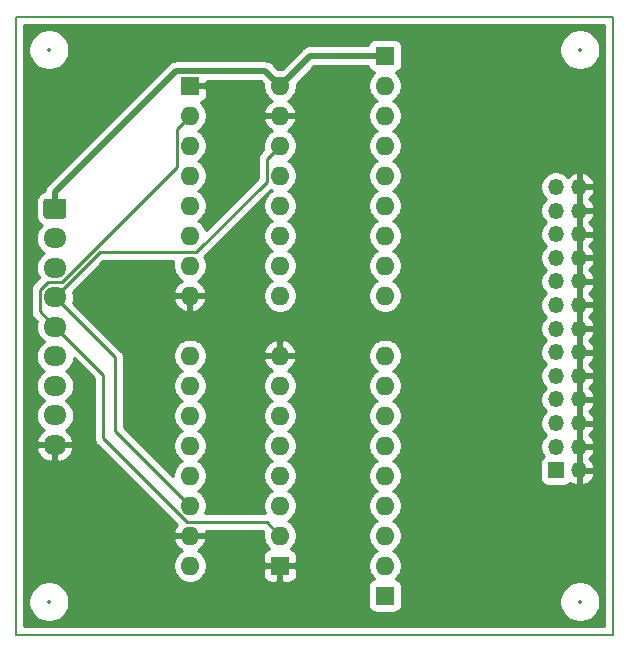
<source format=gbr>
%TF.GenerationSoftware,KiCad,Pcbnew,(5.1.10)-1*%
%TF.CreationDate,2021-09-08T12:56:42-03:00*%
%TF.ProjectId,SSC-THT,5353432d-5448-4542-9e6b-696361645f70,rev?*%
%TF.SameCoordinates,Original*%
%TF.FileFunction,Copper,L2,Bot*%
%TF.FilePolarity,Positive*%
%FSLAX46Y46*%
G04 Gerber Fmt 4.6, Leading zero omitted, Abs format (unit mm)*
G04 Created by KiCad (PCBNEW (5.1.10)-1) date 2021-09-08 12:56:42*
%MOMM*%
%LPD*%
G01*
G04 APERTURE LIST*
%TA.AperFunction,Profile*%
%ADD10C,0.150000*%
%TD*%
%TA.AperFunction,ComponentPad*%
%ADD11R,1.350000X1.350000*%
%TD*%
%TA.AperFunction,ComponentPad*%
%ADD12O,1.350000X1.350000*%
%TD*%
%TA.AperFunction,ComponentPad*%
%ADD13R,1.600000X1.600000*%
%TD*%
%TA.AperFunction,ComponentPad*%
%ADD14O,1.600000X1.600000*%
%TD*%
%TA.AperFunction,ComponentPad*%
%ADD15O,1.950000X1.700000*%
%TD*%
%TA.AperFunction,ViaPad*%
%ADD16C,0.800000*%
%TD*%
%TA.AperFunction,Conductor*%
%ADD17C,0.500000*%
%TD*%
%TA.AperFunction,Conductor*%
%ADD18C,0.250000*%
%TD*%
%TA.AperFunction,Conductor*%
%ADD19C,0.254000*%
%TD*%
%TA.AperFunction,Conductor*%
%ADD20C,0.100000*%
%TD*%
%ADD21C,0.350000*%
G04 APERTURE END LIST*
D10*
X68580000Y-90678000D02*
X18034000Y-90678000D01*
X18034000Y-38354000D02*
X18034000Y-90678000D01*
X68580000Y-38354000D02*
X18034000Y-38354000D01*
X68580000Y-90678000D02*
X68580000Y-38354000D01*
D11*
%TO.P,J2,1*%
%TO.N,L*%
X63754000Y-76770000D03*
D12*
%TO.P,J2,2*%
%TO.N,GND*%
X65754000Y-76770000D03*
%TO.P,J2,3*%
%TO.N,RIGHT*%
X63754000Y-74770000D03*
%TO.P,J2,4*%
%TO.N,GND*%
X65754000Y-74770000D03*
%TO.P,J2,5*%
%TO.N,START*%
X63754000Y-72770000D03*
%TO.P,J2,6*%
%TO.N,GND*%
X65754000Y-72770000D03*
%TO.P,J2,7*%
%TO.N,R*%
X63754000Y-70770000D03*
%TO.P,J2,8*%
%TO.N,GND*%
X65754000Y-70770000D03*
%TO.P,J2,9*%
%TO.N,LEFT*%
X63754000Y-68770000D03*
%TO.P,J2,10*%
%TO.N,GND*%
X65754000Y-68770000D03*
%TO.P,J2,11*%
%TO.N,A*%
X63754000Y-66770000D03*
%TO.P,J2,12*%
%TO.N,GND*%
X65754000Y-66770000D03*
%TO.P,J2,13*%
%TO.N,X*%
X63754000Y-64770000D03*
%TO.P,J2,14*%
%TO.N,GND*%
X65754000Y-64770000D03*
%TO.P,J2,15*%
%TO.N,Y*%
X63754000Y-62770000D03*
%TO.P,J2,16*%
%TO.N,GND*%
X65754000Y-62770000D03*
%TO.P,J2,17*%
%TO.N,C*%
X63754000Y-60770000D03*
%TO.P,J2,18*%
%TO.N,GND*%
X65754000Y-60770000D03*
%TO.P,J2,19*%
%TO.N,DOWN*%
X63754000Y-58770000D03*
%TO.P,J2,20*%
%TO.N,GND*%
X65754000Y-58770000D03*
%TO.P,J2,21*%
%TO.N,Z*%
X63754000Y-56770000D03*
%TO.P,J2,22*%
%TO.N,GND*%
X65754000Y-56770000D03*
%TO.P,J2,23*%
%TO.N,B*%
X63754000Y-54770000D03*
%TO.P,J2,24*%
%TO.N,GND*%
X65754000Y-54770000D03*
%TO.P,J2,25*%
%TO.N,UP*%
X63754000Y-52770000D03*
%TO.P,J2,26*%
%TO.N,GND*%
X65754000Y-52770000D03*
%TD*%
D13*
%TO.P,RN1,1*%
%TO.N,VCC*%
X49276000Y-41656000D03*
D14*
%TO.P,RN1,2*%
%TO.N,1C3*%
X49276000Y-44196000D03*
%TO.P,RN1,3*%
%TO.N,UP*%
X49276000Y-46736000D03*
%TO.P,RN1,4*%
%TO.N,B*%
X49276000Y-49276000D03*
%TO.P,RN1,5*%
%TO.N,Z*%
X49276000Y-51816000D03*
%TO.P,RN1,6*%
%TO.N,3C3*%
X49276000Y-54356000D03*
%TO.P,RN1,7*%
%TO.N,DOWN*%
X49276000Y-56896000D03*
%TO.P,RN1,8*%
%TO.N,C*%
X49276000Y-59436000D03*
%TO.P,RN1,9*%
%TO.N,Y*%
X49276000Y-61976000D03*
%TD*%
D13*
%TO.P,RN2,1*%
%TO.N,VCC*%
X49276000Y-87376000D03*
D14*
%TO.P,RN2,2*%
%TO.N,L*%
X49276000Y-84836000D03*
%TO.P,RN2,3*%
%TO.N,RIGHT*%
X49276000Y-82296000D03*
%TO.P,RN2,4*%
%TO.N,START*%
X49276000Y-79756000D03*
%TO.P,RN2,5*%
%TO.N,R*%
X49276000Y-77216000D03*
%TO.P,RN2,6*%
%TO.N,2C3*%
X49276000Y-74676000D03*
%TO.P,RN2,7*%
%TO.N,LEFT*%
X49276000Y-72136000D03*
%TO.P,RN2,8*%
%TO.N,A*%
X49276000Y-69596000D03*
%TO.P,RN2,9*%
%TO.N,X*%
X49276000Y-67056000D03*
%TD*%
D13*
%TO.P,U2,1*%
%TO.N,GND*%
X40386000Y-84836000D03*
D14*
%TO.P,U2,9*%
%TO.N,D3*%
X32766000Y-67056000D03*
%TO.P,U2,2*%
%TO.N,S1*%
X40386000Y-82296000D03*
%TO.P,U2,10*%
%TO.N,R*%
X32766000Y-69596000D03*
%TO.P,U2,3*%
%TO.N,2C3*%
X40386000Y-79756000D03*
%TO.P,U2,11*%
%TO.N,START*%
X32766000Y-72136000D03*
%TO.P,U2,4*%
%TO.N,LEFT*%
X40386000Y-77216000D03*
%TO.P,U2,12*%
%TO.N,RIGHT*%
X32766000Y-74676000D03*
%TO.P,U2,5*%
%TO.N,A*%
X40386000Y-74676000D03*
%TO.P,U2,13*%
%TO.N,L*%
X32766000Y-77216000D03*
%TO.P,U2,6*%
%TO.N,X*%
X40386000Y-72136000D03*
%TO.P,U2,14*%
%TO.N,S0*%
X32766000Y-79756000D03*
%TO.P,U2,7*%
%TO.N,D2*%
X40386000Y-69596000D03*
%TO.P,U2,15*%
%TO.N,GND*%
X32766000Y-82296000D03*
%TO.P,U2,8*%
X40386000Y-67056000D03*
%TO.P,U2,16*%
%TO.N,VCC*%
X32766000Y-84836000D03*
%TD*%
D13*
%TO.P,U1,1*%
%TO.N,GND*%
X32766000Y-44196000D03*
D14*
%TO.P,U1,9*%
%TO.N,D1*%
X40386000Y-61976000D03*
%TO.P,U1,2*%
%TO.N,S1*%
X32766000Y-46736000D03*
%TO.P,U1,10*%
%TO.N,Y*%
X40386000Y-59436000D03*
%TO.P,U1,3*%
%TO.N,1C3*%
X32766000Y-49276000D03*
%TO.P,U1,11*%
%TO.N,C*%
X40386000Y-56896000D03*
%TO.P,U1,4*%
%TO.N,UP*%
X32766000Y-51816000D03*
%TO.P,U1,12*%
%TO.N,DOWN*%
X40386000Y-54356000D03*
%TO.P,U1,5*%
%TO.N,B*%
X32766000Y-54356000D03*
%TO.P,U1,13*%
%TO.N,3C3*%
X40386000Y-51816000D03*
%TO.P,U1,6*%
%TO.N,Z*%
X32766000Y-56896000D03*
%TO.P,U1,14*%
%TO.N,S0*%
X40386000Y-49276000D03*
%TO.P,U1,7*%
%TO.N,D0*%
X32766000Y-59436000D03*
%TO.P,U1,15*%
%TO.N,GND*%
X40386000Y-46736000D03*
%TO.P,U1,8*%
X32766000Y-61976000D03*
%TO.P,U1,16*%
%TO.N,VCC*%
X40386000Y-44196000D03*
%TD*%
%TO.P,J1,1*%
%TO.N,VCC*%
%TA.AperFunction,ComponentPad*%
G36*
G01*
X20611000Y-53760000D02*
X22061000Y-53760000D01*
G75*
G02*
X22311000Y-54010000I0J-250000D01*
G01*
X22311000Y-55210000D01*
G75*
G02*
X22061000Y-55460000I-250000J0D01*
G01*
X20611000Y-55460000D01*
G75*
G02*
X20361000Y-55210000I0J250000D01*
G01*
X20361000Y-54010000D01*
G75*
G02*
X20611000Y-53760000I250000J0D01*
G01*
G37*
%TD.AperFunction*%
D15*
%TO.P,J1,2*%
%TO.N,D1*%
X21336000Y-57110000D03*
%TO.P,J1,3*%
%TO.N,D0*%
X21336000Y-59610000D03*
%TO.P,J1,4*%
%TO.N,S0*%
X21336000Y-62110000D03*
%TO.P,J1,5*%
%TO.N,S1*%
X21336000Y-64610000D03*
%TO.P,J1,6*%
%TO.N,VCC*%
X21336000Y-67110000D03*
%TO.P,J1,7*%
%TO.N,D3*%
X21336000Y-69610000D03*
%TO.P,J1,8*%
%TO.N,D2*%
X21336000Y-72110000D03*
%TO.P,J1,9*%
%TO.N,GND*%
X21336000Y-74610000D03*
%TD*%
D16*
%TO.N,GND*%
X54864000Y-73406000D03*
X55626000Y-54610000D03*
X56388000Y-43942000D03*
X45720000Y-51816000D03*
X45720000Y-46990000D03*
X49022000Y-64516000D03*
X50038000Y-64516000D03*
X51054000Y-64516000D03*
X52070000Y-64516000D03*
X53086000Y-64516000D03*
X54102000Y-64516000D03*
X52070000Y-63500000D03*
X53086000Y-63500000D03*
X54102000Y-63500000D03*
X52070000Y-65532000D03*
X53086000Y-65532000D03*
X54102000Y-65532000D03*
%TD*%
D17*
%TO.N,VCC*%
X42926000Y-41656000D02*
X40386000Y-44196000D01*
X49276000Y-41656000D02*
X42926000Y-41656000D01*
X31605999Y-42945999D02*
X21336000Y-53215998D01*
X39135999Y-42945999D02*
X31605999Y-42945999D01*
X21336000Y-53215998D02*
X21336000Y-54610000D01*
X40386000Y-44196000D02*
X39135999Y-42945999D01*
D18*
%TO.N,S1*%
X31640999Y-47861001D02*
X32766000Y-46736000D01*
X31640999Y-51091716D02*
X31640999Y-47861001D01*
X21947705Y-60785010D02*
X31640999Y-51091716D01*
X20748990Y-60785010D02*
X21947705Y-60785010D01*
X20035990Y-61498010D02*
X20748990Y-60785010D01*
X20035990Y-63309990D02*
X20035990Y-61498010D01*
X21336000Y-64610000D02*
X20035990Y-63309990D01*
X32515997Y-81170999D02*
X25400000Y-74055002D01*
X39260999Y-81170999D02*
X32515997Y-81170999D01*
X40386000Y-82296000D02*
X39260999Y-81170999D01*
X25400000Y-68674000D02*
X21336000Y-64610000D01*
X25400000Y-74055002D02*
X25400000Y-68674000D01*
%TO.N,S0*%
X39260999Y-50401001D02*
X40386000Y-49276000D01*
X39260999Y-52356001D02*
X39260999Y-50401001D01*
X25135001Y-58310999D02*
X33306001Y-58310999D01*
X33306001Y-58310999D02*
X39260999Y-52356001D01*
X21336000Y-62110000D02*
X25135001Y-58310999D01*
X26416000Y-67190000D02*
X21336000Y-62110000D01*
X26416000Y-73406000D02*
X26416000Y-67190000D01*
X32766000Y-79756000D02*
X26416000Y-73406000D01*
%TD*%
D19*
%TO.N,GND*%
X67870000Y-89968000D02*
X18744000Y-89968000D01*
X18744000Y-87713117D01*
X19093000Y-87713117D01*
X19093000Y-88054883D01*
X19159675Y-88390081D01*
X19290463Y-88705831D01*
X19480337Y-88989998D01*
X19722002Y-89231663D01*
X20006169Y-89421537D01*
X20321919Y-89552325D01*
X20657117Y-89619000D01*
X20998883Y-89619000D01*
X21334081Y-89552325D01*
X21649831Y-89421537D01*
X21933998Y-89231663D01*
X22175663Y-88989998D01*
X22365537Y-88705831D01*
X22496325Y-88390081D01*
X22563000Y-88054883D01*
X22563000Y-87713117D01*
X22496325Y-87377919D01*
X22365537Y-87062169D01*
X22175663Y-86778002D01*
X21973661Y-86576000D01*
X47837928Y-86576000D01*
X47837928Y-88176000D01*
X47850188Y-88300482D01*
X47886498Y-88420180D01*
X47945463Y-88530494D01*
X48024815Y-88627185D01*
X48121506Y-88706537D01*
X48231820Y-88765502D01*
X48351518Y-88801812D01*
X48476000Y-88814072D01*
X50076000Y-88814072D01*
X50200482Y-88801812D01*
X50320180Y-88765502D01*
X50430494Y-88706537D01*
X50527185Y-88627185D01*
X50606537Y-88530494D01*
X50665502Y-88420180D01*
X50701812Y-88300482D01*
X50714072Y-88176000D01*
X50714072Y-87713117D01*
X64051000Y-87713117D01*
X64051000Y-88054883D01*
X64117675Y-88390081D01*
X64248463Y-88705831D01*
X64438337Y-88989998D01*
X64680002Y-89231663D01*
X64964169Y-89421537D01*
X65279919Y-89552325D01*
X65615117Y-89619000D01*
X65956883Y-89619000D01*
X66292081Y-89552325D01*
X66607831Y-89421537D01*
X66891998Y-89231663D01*
X67133663Y-88989998D01*
X67323537Y-88705831D01*
X67454325Y-88390081D01*
X67521000Y-88054883D01*
X67521000Y-87713117D01*
X67454325Y-87377919D01*
X67323537Y-87062169D01*
X67133663Y-86778002D01*
X66891998Y-86536337D01*
X66607831Y-86346463D01*
X66292081Y-86215675D01*
X65956883Y-86149000D01*
X65615117Y-86149000D01*
X65279919Y-86215675D01*
X64964169Y-86346463D01*
X64680002Y-86536337D01*
X64438337Y-86778002D01*
X64248463Y-87062169D01*
X64117675Y-87377919D01*
X64051000Y-87713117D01*
X50714072Y-87713117D01*
X50714072Y-86576000D01*
X50701812Y-86451518D01*
X50665502Y-86331820D01*
X50606537Y-86221506D01*
X50527185Y-86124815D01*
X50430494Y-86045463D01*
X50320180Y-85986498D01*
X50200482Y-85950188D01*
X50192039Y-85949357D01*
X50390637Y-85750759D01*
X50547680Y-85515727D01*
X50655853Y-85254574D01*
X50711000Y-84977335D01*
X50711000Y-84694665D01*
X50655853Y-84417426D01*
X50547680Y-84156273D01*
X50390637Y-83921241D01*
X50190759Y-83721363D01*
X49958241Y-83566000D01*
X50190759Y-83410637D01*
X50390637Y-83210759D01*
X50547680Y-82975727D01*
X50655853Y-82714574D01*
X50711000Y-82437335D01*
X50711000Y-82154665D01*
X50655853Y-81877426D01*
X50547680Y-81616273D01*
X50390637Y-81381241D01*
X50190759Y-81181363D01*
X49958241Y-81026000D01*
X50190759Y-80870637D01*
X50390637Y-80670759D01*
X50547680Y-80435727D01*
X50655853Y-80174574D01*
X50711000Y-79897335D01*
X50711000Y-79614665D01*
X50655853Y-79337426D01*
X50547680Y-79076273D01*
X50390637Y-78841241D01*
X50190759Y-78641363D01*
X49958241Y-78486000D01*
X50190759Y-78330637D01*
X50390637Y-78130759D01*
X50547680Y-77895727D01*
X50655853Y-77634574D01*
X50711000Y-77357335D01*
X50711000Y-77074665D01*
X50655853Y-76797426D01*
X50547680Y-76536273D01*
X50390637Y-76301241D01*
X50190759Y-76101363D01*
X50181237Y-76095000D01*
X62440928Y-76095000D01*
X62440928Y-77445000D01*
X62453188Y-77569482D01*
X62489498Y-77689180D01*
X62548463Y-77799494D01*
X62627815Y-77896185D01*
X62724506Y-77975537D01*
X62834820Y-78034502D01*
X62954518Y-78070812D01*
X63079000Y-78083072D01*
X64429000Y-78083072D01*
X64553482Y-78070812D01*
X64673180Y-78034502D01*
X64783494Y-77975537D01*
X64880185Y-77896185D01*
X64954256Y-77805929D01*
X64964463Y-77815344D01*
X65183570Y-77949289D01*
X65424599Y-78037915D01*
X65627000Y-77915085D01*
X65627000Y-76897000D01*
X65881000Y-76897000D01*
X65881000Y-77915085D01*
X66083401Y-78037915D01*
X66324430Y-77949289D01*
X66543537Y-77815344D01*
X66732303Y-77641227D01*
X66883473Y-77433629D01*
X66991238Y-77200528D01*
X67021910Y-77099400D01*
X66898224Y-76897000D01*
X65881000Y-76897000D01*
X65627000Y-76897000D01*
X65607000Y-76897000D01*
X65607000Y-76643000D01*
X65627000Y-76643000D01*
X65627000Y-74897000D01*
X65881000Y-74897000D01*
X65881000Y-76643000D01*
X66898224Y-76643000D01*
X67021910Y-76440600D01*
X66991238Y-76339472D01*
X66883473Y-76106371D01*
X66732303Y-75898773D01*
X66592696Y-75770000D01*
X66732303Y-75641227D01*
X66883473Y-75433629D01*
X66991238Y-75200528D01*
X67021910Y-75099400D01*
X66898224Y-74897000D01*
X65881000Y-74897000D01*
X65627000Y-74897000D01*
X65607000Y-74897000D01*
X65607000Y-74643000D01*
X65627000Y-74643000D01*
X65627000Y-72897000D01*
X65881000Y-72897000D01*
X65881000Y-74643000D01*
X66898224Y-74643000D01*
X67021910Y-74440600D01*
X66991238Y-74339472D01*
X66883473Y-74106371D01*
X66732303Y-73898773D01*
X66592696Y-73770000D01*
X66732303Y-73641227D01*
X66883473Y-73433629D01*
X66991238Y-73200528D01*
X67021910Y-73099400D01*
X66898224Y-72897000D01*
X65881000Y-72897000D01*
X65627000Y-72897000D01*
X65607000Y-72897000D01*
X65607000Y-72643000D01*
X65627000Y-72643000D01*
X65627000Y-70897000D01*
X65881000Y-70897000D01*
X65881000Y-72643000D01*
X66898224Y-72643000D01*
X67021910Y-72440600D01*
X66991238Y-72339472D01*
X66883473Y-72106371D01*
X66732303Y-71898773D01*
X66592696Y-71770000D01*
X66732303Y-71641227D01*
X66883473Y-71433629D01*
X66991238Y-71200528D01*
X67021910Y-71099400D01*
X66898224Y-70897000D01*
X65881000Y-70897000D01*
X65627000Y-70897000D01*
X65607000Y-70897000D01*
X65607000Y-70643000D01*
X65627000Y-70643000D01*
X65627000Y-68897000D01*
X65881000Y-68897000D01*
X65881000Y-70643000D01*
X66898224Y-70643000D01*
X67021910Y-70440600D01*
X66991238Y-70339472D01*
X66883473Y-70106371D01*
X66732303Y-69898773D01*
X66592696Y-69770000D01*
X66732303Y-69641227D01*
X66883473Y-69433629D01*
X66991238Y-69200528D01*
X67021910Y-69099400D01*
X66898224Y-68897000D01*
X65881000Y-68897000D01*
X65627000Y-68897000D01*
X65607000Y-68897000D01*
X65607000Y-68643000D01*
X65627000Y-68643000D01*
X65627000Y-66897000D01*
X65881000Y-66897000D01*
X65881000Y-68643000D01*
X66898224Y-68643000D01*
X67021910Y-68440600D01*
X66991238Y-68339472D01*
X66883473Y-68106371D01*
X66732303Y-67898773D01*
X66592696Y-67770000D01*
X66732303Y-67641227D01*
X66883473Y-67433629D01*
X66991238Y-67200528D01*
X67021910Y-67099400D01*
X66898224Y-66897000D01*
X65881000Y-66897000D01*
X65627000Y-66897000D01*
X65607000Y-66897000D01*
X65607000Y-66643000D01*
X65627000Y-66643000D01*
X65627000Y-64897000D01*
X65881000Y-64897000D01*
X65881000Y-66643000D01*
X66898224Y-66643000D01*
X67021910Y-66440600D01*
X66991238Y-66339472D01*
X66883473Y-66106371D01*
X66732303Y-65898773D01*
X66592696Y-65770000D01*
X66732303Y-65641227D01*
X66883473Y-65433629D01*
X66991238Y-65200528D01*
X67021910Y-65099400D01*
X66898224Y-64897000D01*
X65881000Y-64897000D01*
X65627000Y-64897000D01*
X65607000Y-64897000D01*
X65607000Y-64643000D01*
X65627000Y-64643000D01*
X65627000Y-62897000D01*
X65881000Y-62897000D01*
X65881000Y-64643000D01*
X66898224Y-64643000D01*
X67021910Y-64440600D01*
X66991238Y-64339472D01*
X66883473Y-64106371D01*
X66732303Y-63898773D01*
X66592696Y-63770000D01*
X66732303Y-63641227D01*
X66883473Y-63433629D01*
X66991238Y-63200528D01*
X67021910Y-63099400D01*
X66898224Y-62897000D01*
X65881000Y-62897000D01*
X65627000Y-62897000D01*
X65607000Y-62897000D01*
X65607000Y-62643000D01*
X65627000Y-62643000D01*
X65627000Y-60897000D01*
X65881000Y-60897000D01*
X65881000Y-62643000D01*
X66898224Y-62643000D01*
X67021910Y-62440600D01*
X66991238Y-62339472D01*
X66883473Y-62106371D01*
X66732303Y-61898773D01*
X66592696Y-61770000D01*
X66732303Y-61641227D01*
X66883473Y-61433629D01*
X66991238Y-61200528D01*
X67021910Y-61099400D01*
X66898224Y-60897000D01*
X65881000Y-60897000D01*
X65627000Y-60897000D01*
X65607000Y-60897000D01*
X65607000Y-60643000D01*
X65627000Y-60643000D01*
X65627000Y-58897000D01*
X65881000Y-58897000D01*
X65881000Y-60643000D01*
X66898224Y-60643000D01*
X67021910Y-60440600D01*
X66991238Y-60339472D01*
X66883473Y-60106371D01*
X66732303Y-59898773D01*
X66592696Y-59770000D01*
X66732303Y-59641227D01*
X66883473Y-59433629D01*
X66991238Y-59200528D01*
X67021910Y-59099400D01*
X66898224Y-58897000D01*
X65881000Y-58897000D01*
X65627000Y-58897000D01*
X65607000Y-58897000D01*
X65607000Y-58643000D01*
X65627000Y-58643000D01*
X65627000Y-56897000D01*
X65881000Y-56897000D01*
X65881000Y-58643000D01*
X66898224Y-58643000D01*
X67021910Y-58440600D01*
X66991238Y-58339472D01*
X66883473Y-58106371D01*
X66732303Y-57898773D01*
X66592696Y-57770000D01*
X66732303Y-57641227D01*
X66883473Y-57433629D01*
X66991238Y-57200528D01*
X67021910Y-57099400D01*
X66898224Y-56897000D01*
X65881000Y-56897000D01*
X65627000Y-56897000D01*
X65607000Y-56897000D01*
X65607000Y-56643000D01*
X65627000Y-56643000D01*
X65627000Y-54897000D01*
X65881000Y-54897000D01*
X65881000Y-56643000D01*
X66898224Y-56643000D01*
X67021910Y-56440600D01*
X66991238Y-56339472D01*
X66883473Y-56106371D01*
X66732303Y-55898773D01*
X66592696Y-55770000D01*
X66732303Y-55641227D01*
X66883473Y-55433629D01*
X66991238Y-55200528D01*
X67021910Y-55099400D01*
X66898224Y-54897000D01*
X65881000Y-54897000D01*
X65627000Y-54897000D01*
X65607000Y-54897000D01*
X65607000Y-54643000D01*
X65627000Y-54643000D01*
X65627000Y-52897000D01*
X65881000Y-52897000D01*
X65881000Y-54643000D01*
X66898224Y-54643000D01*
X67021910Y-54440600D01*
X66991238Y-54339472D01*
X66883473Y-54106371D01*
X66732303Y-53898773D01*
X66592696Y-53770000D01*
X66732303Y-53641227D01*
X66883473Y-53433629D01*
X66991238Y-53200528D01*
X67021910Y-53099400D01*
X66898224Y-52897000D01*
X65881000Y-52897000D01*
X65627000Y-52897000D01*
X65607000Y-52897000D01*
X65607000Y-52643000D01*
X65627000Y-52643000D01*
X65627000Y-51624915D01*
X65881000Y-51624915D01*
X65881000Y-52643000D01*
X66898224Y-52643000D01*
X67021910Y-52440600D01*
X66991238Y-52339472D01*
X66883473Y-52106371D01*
X66732303Y-51898773D01*
X66543537Y-51724656D01*
X66324430Y-51590711D01*
X66083401Y-51502085D01*
X65881000Y-51624915D01*
X65627000Y-51624915D01*
X65424599Y-51502085D01*
X65183570Y-51590711D01*
X64964463Y-51724656D01*
X64775697Y-51898773D01*
X64758715Y-51922094D01*
X64589077Y-51752456D01*
X64374518Y-51609093D01*
X64136113Y-51510342D01*
X63883024Y-51460000D01*
X63624976Y-51460000D01*
X63371887Y-51510342D01*
X63133482Y-51609093D01*
X62918923Y-51752456D01*
X62736456Y-51934923D01*
X62593093Y-52149482D01*
X62494342Y-52387887D01*
X62444000Y-52640976D01*
X62444000Y-52899024D01*
X62494342Y-53152113D01*
X62593093Y-53390518D01*
X62736456Y-53605077D01*
X62901379Y-53770000D01*
X62736456Y-53934923D01*
X62593093Y-54149482D01*
X62494342Y-54387887D01*
X62444000Y-54640976D01*
X62444000Y-54899024D01*
X62494342Y-55152113D01*
X62593093Y-55390518D01*
X62736456Y-55605077D01*
X62901379Y-55770000D01*
X62736456Y-55934923D01*
X62593093Y-56149482D01*
X62494342Y-56387887D01*
X62444000Y-56640976D01*
X62444000Y-56899024D01*
X62494342Y-57152113D01*
X62593093Y-57390518D01*
X62736456Y-57605077D01*
X62901379Y-57770000D01*
X62736456Y-57934923D01*
X62593093Y-58149482D01*
X62494342Y-58387887D01*
X62444000Y-58640976D01*
X62444000Y-58899024D01*
X62494342Y-59152113D01*
X62593093Y-59390518D01*
X62736456Y-59605077D01*
X62901379Y-59770000D01*
X62736456Y-59934923D01*
X62593093Y-60149482D01*
X62494342Y-60387887D01*
X62444000Y-60640976D01*
X62444000Y-60899024D01*
X62494342Y-61152113D01*
X62593093Y-61390518D01*
X62736456Y-61605077D01*
X62901379Y-61770000D01*
X62736456Y-61934923D01*
X62593093Y-62149482D01*
X62494342Y-62387887D01*
X62444000Y-62640976D01*
X62444000Y-62899024D01*
X62494342Y-63152113D01*
X62593093Y-63390518D01*
X62736456Y-63605077D01*
X62901379Y-63770000D01*
X62736456Y-63934923D01*
X62593093Y-64149482D01*
X62494342Y-64387887D01*
X62444000Y-64640976D01*
X62444000Y-64899024D01*
X62494342Y-65152113D01*
X62593093Y-65390518D01*
X62736456Y-65605077D01*
X62901379Y-65770000D01*
X62736456Y-65934923D01*
X62593093Y-66149482D01*
X62494342Y-66387887D01*
X62444000Y-66640976D01*
X62444000Y-66899024D01*
X62494342Y-67152113D01*
X62593093Y-67390518D01*
X62736456Y-67605077D01*
X62901379Y-67770000D01*
X62736456Y-67934923D01*
X62593093Y-68149482D01*
X62494342Y-68387887D01*
X62444000Y-68640976D01*
X62444000Y-68899024D01*
X62494342Y-69152113D01*
X62593093Y-69390518D01*
X62736456Y-69605077D01*
X62901379Y-69770000D01*
X62736456Y-69934923D01*
X62593093Y-70149482D01*
X62494342Y-70387887D01*
X62444000Y-70640976D01*
X62444000Y-70899024D01*
X62494342Y-71152113D01*
X62593093Y-71390518D01*
X62736456Y-71605077D01*
X62901379Y-71770000D01*
X62736456Y-71934923D01*
X62593093Y-72149482D01*
X62494342Y-72387887D01*
X62444000Y-72640976D01*
X62444000Y-72899024D01*
X62494342Y-73152113D01*
X62593093Y-73390518D01*
X62736456Y-73605077D01*
X62901379Y-73770000D01*
X62736456Y-73934923D01*
X62593093Y-74149482D01*
X62494342Y-74387887D01*
X62444000Y-74640976D01*
X62444000Y-74899024D01*
X62494342Y-75152113D01*
X62593093Y-75390518D01*
X62714697Y-75572513D01*
X62627815Y-75643815D01*
X62548463Y-75740506D01*
X62489498Y-75850820D01*
X62453188Y-75970518D01*
X62440928Y-76095000D01*
X50181237Y-76095000D01*
X49958241Y-75946000D01*
X50190759Y-75790637D01*
X50390637Y-75590759D01*
X50547680Y-75355727D01*
X50655853Y-75094574D01*
X50711000Y-74817335D01*
X50711000Y-74534665D01*
X50655853Y-74257426D01*
X50547680Y-73996273D01*
X50390637Y-73761241D01*
X50190759Y-73561363D01*
X49958241Y-73406000D01*
X50190759Y-73250637D01*
X50390637Y-73050759D01*
X50547680Y-72815727D01*
X50655853Y-72554574D01*
X50711000Y-72277335D01*
X50711000Y-71994665D01*
X50655853Y-71717426D01*
X50547680Y-71456273D01*
X50390637Y-71221241D01*
X50190759Y-71021363D01*
X49958241Y-70866000D01*
X50190759Y-70710637D01*
X50390637Y-70510759D01*
X50547680Y-70275727D01*
X50655853Y-70014574D01*
X50711000Y-69737335D01*
X50711000Y-69454665D01*
X50655853Y-69177426D01*
X50547680Y-68916273D01*
X50390637Y-68681241D01*
X50190759Y-68481363D01*
X49958241Y-68326000D01*
X50190759Y-68170637D01*
X50390637Y-67970759D01*
X50547680Y-67735727D01*
X50655853Y-67474574D01*
X50711000Y-67197335D01*
X50711000Y-66914665D01*
X50655853Y-66637426D01*
X50547680Y-66376273D01*
X50390637Y-66141241D01*
X50190759Y-65941363D01*
X49955727Y-65784320D01*
X49694574Y-65676147D01*
X49417335Y-65621000D01*
X49134665Y-65621000D01*
X48857426Y-65676147D01*
X48596273Y-65784320D01*
X48361241Y-65941363D01*
X48161363Y-66141241D01*
X48004320Y-66376273D01*
X47896147Y-66637426D01*
X47841000Y-66914665D01*
X47841000Y-67197335D01*
X47896147Y-67474574D01*
X48004320Y-67735727D01*
X48161363Y-67970759D01*
X48361241Y-68170637D01*
X48593759Y-68326000D01*
X48361241Y-68481363D01*
X48161363Y-68681241D01*
X48004320Y-68916273D01*
X47896147Y-69177426D01*
X47841000Y-69454665D01*
X47841000Y-69737335D01*
X47896147Y-70014574D01*
X48004320Y-70275727D01*
X48161363Y-70510759D01*
X48361241Y-70710637D01*
X48593759Y-70866000D01*
X48361241Y-71021363D01*
X48161363Y-71221241D01*
X48004320Y-71456273D01*
X47896147Y-71717426D01*
X47841000Y-71994665D01*
X47841000Y-72277335D01*
X47896147Y-72554574D01*
X48004320Y-72815727D01*
X48161363Y-73050759D01*
X48361241Y-73250637D01*
X48593759Y-73406000D01*
X48361241Y-73561363D01*
X48161363Y-73761241D01*
X48004320Y-73996273D01*
X47896147Y-74257426D01*
X47841000Y-74534665D01*
X47841000Y-74817335D01*
X47896147Y-75094574D01*
X48004320Y-75355727D01*
X48161363Y-75590759D01*
X48361241Y-75790637D01*
X48593759Y-75946000D01*
X48361241Y-76101363D01*
X48161363Y-76301241D01*
X48004320Y-76536273D01*
X47896147Y-76797426D01*
X47841000Y-77074665D01*
X47841000Y-77357335D01*
X47896147Y-77634574D01*
X48004320Y-77895727D01*
X48161363Y-78130759D01*
X48361241Y-78330637D01*
X48593759Y-78486000D01*
X48361241Y-78641363D01*
X48161363Y-78841241D01*
X48004320Y-79076273D01*
X47896147Y-79337426D01*
X47841000Y-79614665D01*
X47841000Y-79897335D01*
X47896147Y-80174574D01*
X48004320Y-80435727D01*
X48161363Y-80670759D01*
X48361241Y-80870637D01*
X48593759Y-81026000D01*
X48361241Y-81181363D01*
X48161363Y-81381241D01*
X48004320Y-81616273D01*
X47896147Y-81877426D01*
X47841000Y-82154665D01*
X47841000Y-82437335D01*
X47896147Y-82714574D01*
X48004320Y-82975727D01*
X48161363Y-83210759D01*
X48361241Y-83410637D01*
X48593759Y-83566000D01*
X48361241Y-83721363D01*
X48161363Y-83921241D01*
X48004320Y-84156273D01*
X47896147Y-84417426D01*
X47841000Y-84694665D01*
X47841000Y-84977335D01*
X47896147Y-85254574D01*
X48004320Y-85515727D01*
X48161363Y-85750759D01*
X48359961Y-85949357D01*
X48351518Y-85950188D01*
X48231820Y-85986498D01*
X48121506Y-86045463D01*
X48024815Y-86124815D01*
X47945463Y-86221506D01*
X47886498Y-86331820D01*
X47850188Y-86451518D01*
X47837928Y-86576000D01*
X21973661Y-86576000D01*
X21933998Y-86536337D01*
X21649831Y-86346463D01*
X21334081Y-86215675D01*
X20998883Y-86149000D01*
X20657117Y-86149000D01*
X20321919Y-86215675D01*
X20006169Y-86346463D01*
X19722002Y-86536337D01*
X19480337Y-86778002D01*
X19290463Y-87062169D01*
X19159675Y-87377919D01*
X19093000Y-87713117D01*
X18744000Y-87713117D01*
X18744000Y-84694665D01*
X31331000Y-84694665D01*
X31331000Y-84977335D01*
X31386147Y-85254574D01*
X31494320Y-85515727D01*
X31651363Y-85750759D01*
X31851241Y-85950637D01*
X32086273Y-86107680D01*
X32347426Y-86215853D01*
X32624665Y-86271000D01*
X32907335Y-86271000D01*
X33184574Y-86215853D01*
X33445727Y-86107680D01*
X33680759Y-85950637D01*
X33880637Y-85750759D01*
X33957316Y-85636000D01*
X38947928Y-85636000D01*
X38960188Y-85760482D01*
X38996498Y-85880180D01*
X39055463Y-85990494D01*
X39134815Y-86087185D01*
X39231506Y-86166537D01*
X39341820Y-86225502D01*
X39461518Y-86261812D01*
X39586000Y-86274072D01*
X40100250Y-86271000D01*
X40259000Y-86112250D01*
X40259000Y-84963000D01*
X40513000Y-84963000D01*
X40513000Y-86112250D01*
X40671750Y-86271000D01*
X41186000Y-86274072D01*
X41310482Y-86261812D01*
X41430180Y-86225502D01*
X41540494Y-86166537D01*
X41637185Y-86087185D01*
X41716537Y-85990494D01*
X41775502Y-85880180D01*
X41811812Y-85760482D01*
X41824072Y-85636000D01*
X41821000Y-85121750D01*
X41662250Y-84963000D01*
X40513000Y-84963000D01*
X40259000Y-84963000D01*
X39109750Y-84963000D01*
X38951000Y-85121750D01*
X38947928Y-85636000D01*
X33957316Y-85636000D01*
X34037680Y-85515727D01*
X34145853Y-85254574D01*
X34201000Y-84977335D01*
X34201000Y-84694665D01*
X34145853Y-84417426D01*
X34037680Y-84156273D01*
X33880637Y-83921241D01*
X33680759Y-83721363D01*
X33445727Y-83564320D01*
X33435135Y-83559933D01*
X33621131Y-83448385D01*
X33829519Y-83259414D01*
X33997037Y-83033420D01*
X34117246Y-82779087D01*
X34157904Y-82645039D01*
X34035915Y-82423000D01*
X32893000Y-82423000D01*
X32893000Y-82443000D01*
X32639000Y-82443000D01*
X32639000Y-82423000D01*
X31496085Y-82423000D01*
X31374096Y-82645039D01*
X31414754Y-82779087D01*
X31534963Y-83033420D01*
X31702481Y-83259414D01*
X31910869Y-83448385D01*
X32096865Y-83559933D01*
X32086273Y-83564320D01*
X31851241Y-83721363D01*
X31651363Y-83921241D01*
X31494320Y-84156273D01*
X31386147Y-84417426D01*
X31331000Y-84694665D01*
X18744000Y-84694665D01*
X18744000Y-74966890D01*
X19769524Y-74966890D01*
X19861648Y-75229858D01*
X20008504Y-75481193D01*
X20201571Y-75699049D01*
X20433430Y-75875053D01*
X20695170Y-76002442D01*
X20976733Y-76076320D01*
X21209000Y-75936165D01*
X21209000Y-74737000D01*
X21463000Y-74737000D01*
X21463000Y-75936165D01*
X21695267Y-76076320D01*
X21976830Y-76002442D01*
X22238570Y-75875053D01*
X22470429Y-75699049D01*
X22663496Y-75481193D01*
X22810352Y-75229858D01*
X22902476Y-74966890D01*
X22781155Y-74737000D01*
X21463000Y-74737000D01*
X21209000Y-74737000D01*
X19890845Y-74737000D01*
X19769524Y-74966890D01*
X18744000Y-74966890D01*
X18744000Y-61498010D01*
X19272314Y-61498010D01*
X19275991Y-61535342D01*
X19275990Y-63272667D01*
X19272314Y-63309990D01*
X19275990Y-63347312D01*
X19275990Y-63347322D01*
X19286987Y-63458975D01*
X19302569Y-63510342D01*
X19330444Y-63602236D01*
X19401016Y-63734266D01*
X19439359Y-63780986D01*
X19495989Y-63849991D01*
X19524993Y-63873794D01*
X19799296Y-64148097D01*
X19747487Y-64318889D01*
X19718815Y-64610000D01*
X19747487Y-64901111D01*
X19832401Y-65181034D01*
X19970294Y-65439014D01*
X20155866Y-65665134D01*
X20381986Y-65850706D01*
X20399374Y-65860000D01*
X20381986Y-65869294D01*
X20155866Y-66054866D01*
X19970294Y-66280986D01*
X19832401Y-66538966D01*
X19747487Y-66818889D01*
X19718815Y-67110000D01*
X19747487Y-67401111D01*
X19832401Y-67681034D01*
X19970294Y-67939014D01*
X20155866Y-68165134D01*
X20381986Y-68350706D01*
X20399374Y-68360000D01*
X20381986Y-68369294D01*
X20155866Y-68554866D01*
X19970294Y-68780986D01*
X19832401Y-69038966D01*
X19747487Y-69318889D01*
X19718815Y-69610000D01*
X19747487Y-69901111D01*
X19832401Y-70181034D01*
X19970294Y-70439014D01*
X20155866Y-70665134D01*
X20381986Y-70850706D01*
X20399374Y-70860000D01*
X20381986Y-70869294D01*
X20155866Y-71054866D01*
X19970294Y-71280986D01*
X19832401Y-71538966D01*
X19747487Y-71818889D01*
X19718815Y-72110000D01*
X19747487Y-72401111D01*
X19832401Y-72681034D01*
X19970294Y-72939014D01*
X20155866Y-73165134D01*
X20381986Y-73350706D01*
X20407722Y-73364462D01*
X20201571Y-73520951D01*
X20008504Y-73738807D01*
X19861648Y-73990142D01*
X19769524Y-74253110D01*
X19890845Y-74483000D01*
X21209000Y-74483000D01*
X21209000Y-74463000D01*
X21463000Y-74463000D01*
X21463000Y-74483000D01*
X22781155Y-74483000D01*
X22902476Y-74253110D01*
X22810352Y-73990142D01*
X22663496Y-73738807D01*
X22470429Y-73520951D01*
X22264278Y-73364462D01*
X22290014Y-73350706D01*
X22516134Y-73165134D01*
X22701706Y-72939014D01*
X22839599Y-72681034D01*
X22924513Y-72401111D01*
X22953185Y-72110000D01*
X22924513Y-71818889D01*
X22839599Y-71538966D01*
X22701706Y-71280986D01*
X22516134Y-71054866D01*
X22290014Y-70869294D01*
X22272626Y-70860000D01*
X22290014Y-70850706D01*
X22516134Y-70665134D01*
X22701706Y-70439014D01*
X22839599Y-70181034D01*
X22924513Y-69901111D01*
X22953185Y-69610000D01*
X22924513Y-69318889D01*
X22839599Y-69038966D01*
X22701706Y-68780986D01*
X22516134Y-68554866D01*
X22290014Y-68369294D01*
X22272626Y-68360000D01*
X22290014Y-68350706D01*
X22516134Y-68165134D01*
X22701706Y-67939014D01*
X22839599Y-67681034D01*
X22924513Y-67401111D01*
X22935971Y-67284773D01*
X24640001Y-68988803D01*
X24640000Y-74017679D01*
X24636324Y-74055002D01*
X24640000Y-74092324D01*
X24640000Y-74092334D01*
X24650997Y-74203987D01*
X24692095Y-74339472D01*
X24694454Y-74347248D01*
X24765026Y-74479278D01*
X24768081Y-74483000D01*
X24859999Y-74595003D01*
X24889003Y-74618806D01*
X31660039Y-81389844D01*
X31534963Y-81558580D01*
X31414754Y-81812913D01*
X31374096Y-81946961D01*
X31496085Y-82169000D01*
X32639000Y-82169000D01*
X32639000Y-82149000D01*
X32893000Y-82149000D01*
X32893000Y-82169000D01*
X34035915Y-82169000D01*
X34157904Y-81946961D01*
X34153063Y-81930999D01*
X38946198Y-81930999D01*
X38987312Y-81972113D01*
X38951000Y-82154665D01*
X38951000Y-82437335D01*
X39006147Y-82714574D01*
X39114320Y-82975727D01*
X39271363Y-83210759D01*
X39469961Y-83409357D01*
X39461518Y-83410188D01*
X39341820Y-83446498D01*
X39231506Y-83505463D01*
X39134815Y-83584815D01*
X39055463Y-83681506D01*
X38996498Y-83791820D01*
X38960188Y-83911518D01*
X38947928Y-84036000D01*
X38951000Y-84550250D01*
X39109750Y-84709000D01*
X40259000Y-84709000D01*
X40259000Y-84689000D01*
X40513000Y-84689000D01*
X40513000Y-84709000D01*
X41662250Y-84709000D01*
X41821000Y-84550250D01*
X41824072Y-84036000D01*
X41811812Y-83911518D01*
X41775502Y-83791820D01*
X41716537Y-83681506D01*
X41637185Y-83584815D01*
X41540494Y-83505463D01*
X41430180Y-83446498D01*
X41310482Y-83410188D01*
X41302039Y-83409357D01*
X41500637Y-83210759D01*
X41657680Y-82975727D01*
X41765853Y-82714574D01*
X41821000Y-82437335D01*
X41821000Y-82154665D01*
X41765853Y-81877426D01*
X41657680Y-81616273D01*
X41500637Y-81381241D01*
X41300759Y-81181363D01*
X41068241Y-81026000D01*
X41300759Y-80870637D01*
X41500637Y-80670759D01*
X41657680Y-80435727D01*
X41765853Y-80174574D01*
X41821000Y-79897335D01*
X41821000Y-79614665D01*
X41765853Y-79337426D01*
X41657680Y-79076273D01*
X41500637Y-78841241D01*
X41300759Y-78641363D01*
X41068241Y-78486000D01*
X41300759Y-78330637D01*
X41500637Y-78130759D01*
X41657680Y-77895727D01*
X41765853Y-77634574D01*
X41821000Y-77357335D01*
X41821000Y-77074665D01*
X41765853Y-76797426D01*
X41657680Y-76536273D01*
X41500637Y-76301241D01*
X41300759Y-76101363D01*
X41068241Y-75946000D01*
X41300759Y-75790637D01*
X41500637Y-75590759D01*
X41657680Y-75355727D01*
X41765853Y-75094574D01*
X41821000Y-74817335D01*
X41821000Y-74534665D01*
X41765853Y-74257426D01*
X41657680Y-73996273D01*
X41500637Y-73761241D01*
X41300759Y-73561363D01*
X41068241Y-73406000D01*
X41300759Y-73250637D01*
X41500637Y-73050759D01*
X41657680Y-72815727D01*
X41765853Y-72554574D01*
X41821000Y-72277335D01*
X41821000Y-71994665D01*
X41765853Y-71717426D01*
X41657680Y-71456273D01*
X41500637Y-71221241D01*
X41300759Y-71021363D01*
X41068241Y-70866000D01*
X41300759Y-70710637D01*
X41500637Y-70510759D01*
X41657680Y-70275727D01*
X41765853Y-70014574D01*
X41821000Y-69737335D01*
X41821000Y-69454665D01*
X41765853Y-69177426D01*
X41657680Y-68916273D01*
X41500637Y-68681241D01*
X41300759Y-68481363D01*
X41065727Y-68324320D01*
X41055135Y-68319933D01*
X41241131Y-68208385D01*
X41449519Y-68019414D01*
X41617037Y-67793420D01*
X41737246Y-67539087D01*
X41777904Y-67405039D01*
X41655915Y-67183000D01*
X40513000Y-67183000D01*
X40513000Y-67203000D01*
X40259000Y-67203000D01*
X40259000Y-67183000D01*
X39116085Y-67183000D01*
X38994096Y-67405039D01*
X39034754Y-67539087D01*
X39154963Y-67793420D01*
X39322481Y-68019414D01*
X39530869Y-68208385D01*
X39716865Y-68319933D01*
X39706273Y-68324320D01*
X39471241Y-68481363D01*
X39271363Y-68681241D01*
X39114320Y-68916273D01*
X39006147Y-69177426D01*
X38951000Y-69454665D01*
X38951000Y-69737335D01*
X39006147Y-70014574D01*
X39114320Y-70275727D01*
X39271363Y-70510759D01*
X39471241Y-70710637D01*
X39703759Y-70866000D01*
X39471241Y-71021363D01*
X39271363Y-71221241D01*
X39114320Y-71456273D01*
X39006147Y-71717426D01*
X38951000Y-71994665D01*
X38951000Y-72277335D01*
X39006147Y-72554574D01*
X39114320Y-72815727D01*
X39271363Y-73050759D01*
X39471241Y-73250637D01*
X39703759Y-73406000D01*
X39471241Y-73561363D01*
X39271363Y-73761241D01*
X39114320Y-73996273D01*
X39006147Y-74257426D01*
X38951000Y-74534665D01*
X38951000Y-74817335D01*
X39006147Y-75094574D01*
X39114320Y-75355727D01*
X39271363Y-75590759D01*
X39471241Y-75790637D01*
X39703759Y-75946000D01*
X39471241Y-76101363D01*
X39271363Y-76301241D01*
X39114320Y-76536273D01*
X39006147Y-76797426D01*
X38951000Y-77074665D01*
X38951000Y-77357335D01*
X39006147Y-77634574D01*
X39114320Y-77895727D01*
X39271363Y-78130759D01*
X39471241Y-78330637D01*
X39703759Y-78486000D01*
X39471241Y-78641363D01*
X39271363Y-78841241D01*
X39114320Y-79076273D01*
X39006147Y-79337426D01*
X38951000Y-79614665D01*
X38951000Y-79897335D01*
X39006147Y-80174574D01*
X39104077Y-80410999D01*
X34047923Y-80410999D01*
X34145853Y-80174574D01*
X34201000Y-79897335D01*
X34201000Y-79614665D01*
X34145853Y-79337426D01*
X34037680Y-79076273D01*
X33880637Y-78841241D01*
X33680759Y-78641363D01*
X33448241Y-78486000D01*
X33680759Y-78330637D01*
X33880637Y-78130759D01*
X34037680Y-77895727D01*
X34145853Y-77634574D01*
X34201000Y-77357335D01*
X34201000Y-77074665D01*
X34145853Y-76797426D01*
X34037680Y-76536273D01*
X33880637Y-76301241D01*
X33680759Y-76101363D01*
X33448241Y-75946000D01*
X33680759Y-75790637D01*
X33880637Y-75590759D01*
X34037680Y-75355727D01*
X34145853Y-75094574D01*
X34201000Y-74817335D01*
X34201000Y-74534665D01*
X34145853Y-74257426D01*
X34037680Y-73996273D01*
X33880637Y-73761241D01*
X33680759Y-73561363D01*
X33448241Y-73406000D01*
X33680759Y-73250637D01*
X33880637Y-73050759D01*
X34037680Y-72815727D01*
X34145853Y-72554574D01*
X34201000Y-72277335D01*
X34201000Y-71994665D01*
X34145853Y-71717426D01*
X34037680Y-71456273D01*
X33880637Y-71221241D01*
X33680759Y-71021363D01*
X33448241Y-70866000D01*
X33680759Y-70710637D01*
X33880637Y-70510759D01*
X34037680Y-70275727D01*
X34145853Y-70014574D01*
X34201000Y-69737335D01*
X34201000Y-69454665D01*
X34145853Y-69177426D01*
X34037680Y-68916273D01*
X33880637Y-68681241D01*
X33680759Y-68481363D01*
X33448241Y-68326000D01*
X33680759Y-68170637D01*
X33880637Y-67970759D01*
X34037680Y-67735727D01*
X34145853Y-67474574D01*
X34201000Y-67197335D01*
X34201000Y-66914665D01*
X34159685Y-66706961D01*
X38994096Y-66706961D01*
X39116085Y-66929000D01*
X40259000Y-66929000D01*
X40259000Y-65785376D01*
X40513000Y-65785376D01*
X40513000Y-66929000D01*
X41655915Y-66929000D01*
X41777904Y-66706961D01*
X41737246Y-66572913D01*
X41617037Y-66318580D01*
X41449519Y-66092586D01*
X41241131Y-65903615D01*
X40999881Y-65758930D01*
X40735040Y-65664091D01*
X40513000Y-65785376D01*
X40259000Y-65785376D01*
X40036960Y-65664091D01*
X39772119Y-65758930D01*
X39530869Y-65903615D01*
X39322481Y-66092586D01*
X39154963Y-66318580D01*
X39034754Y-66572913D01*
X38994096Y-66706961D01*
X34159685Y-66706961D01*
X34145853Y-66637426D01*
X34037680Y-66376273D01*
X33880637Y-66141241D01*
X33680759Y-65941363D01*
X33445727Y-65784320D01*
X33184574Y-65676147D01*
X32907335Y-65621000D01*
X32624665Y-65621000D01*
X32347426Y-65676147D01*
X32086273Y-65784320D01*
X31851241Y-65941363D01*
X31651363Y-66141241D01*
X31494320Y-66376273D01*
X31386147Y-66637426D01*
X31331000Y-66914665D01*
X31331000Y-67197335D01*
X31386147Y-67474574D01*
X31494320Y-67735727D01*
X31651363Y-67970759D01*
X31851241Y-68170637D01*
X32083759Y-68326000D01*
X31851241Y-68481363D01*
X31651363Y-68681241D01*
X31494320Y-68916273D01*
X31386147Y-69177426D01*
X31331000Y-69454665D01*
X31331000Y-69737335D01*
X31386147Y-70014574D01*
X31494320Y-70275727D01*
X31651363Y-70510759D01*
X31851241Y-70710637D01*
X32083759Y-70866000D01*
X31851241Y-71021363D01*
X31651363Y-71221241D01*
X31494320Y-71456273D01*
X31386147Y-71717426D01*
X31331000Y-71994665D01*
X31331000Y-72277335D01*
X31386147Y-72554574D01*
X31494320Y-72815727D01*
X31651363Y-73050759D01*
X31851241Y-73250637D01*
X32083759Y-73406000D01*
X31851241Y-73561363D01*
X31651363Y-73761241D01*
X31494320Y-73996273D01*
X31386147Y-74257426D01*
X31331000Y-74534665D01*
X31331000Y-74817335D01*
X31386147Y-75094574D01*
X31494320Y-75355727D01*
X31651363Y-75590759D01*
X31851241Y-75790637D01*
X32083759Y-75946000D01*
X31851241Y-76101363D01*
X31651363Y-76301241D01*
X31494320Y-76536273D01*
X31386147Y-76797426D01*
X31331000Y-77074665D01*
X31331000Y-77246198D01*
X27176000Y-73091199D01*
X27176000Y-67227323D01*
X27179676Y-67190000D01*
X27176000Y-67152677D01*
X27176000Y-67152667D01*
X27165003Y-67041014D01*
X27121546Y-66897753D01*
X27079392Y-66818889D01*
X27050974Y-66765723D01*
X26979799Y-66678997D01*
X26956001Y-66649999D01*
X26927003Y-66626201D01*
X22872704Y-62571903D01*
X22924513Y-62401111D01*
X22932005Y-62325039D01*
X31374096Y-62325039D01*
X31414754Y-62459087D01*
X31534963Y-62713420D01*
X31702481Y-62939414D01*
X31910869Y-63128385D01*
X32152119Y-63273070D01*
X32416960Y-63367909D01*
X32639000Y-63246624D01*
X32639000Y-62103000D01*
X32893000Y-62103000D01*
X32893000Y-63246624D01*
X33115040Y-63367909D01*
X33379881Y-63273070D01*
X33621131Y-63128385D01*
X33829519Y-62939414D01*
X33997037Y-62713420D01*
X34117246Y-62459087D01*
X34157904Y-62325039D01*
X34035915Y-62103000D01*
X32893000Y-62103000D01*
X32639000Y-62103000D01*
X31496085Y-62103000D01*
X31374096Y-62325039D01*
X22932005Y-62325039D01*
X22953185Y-62110000D01*
X22924513Y-61818889D01*
X22872704Y-61648097D01*
X25449803Y-59070999D01*
X31375491Y-59070999D01*
X31331000Y-59294665D01*
X31331000Y-59577335D01*
X31386147Y-59854574D01*
X31494320Y-60115727D01*
X31651363Y-60350759D01*
X31851241Y-60550637D01*
X32086273Y-60707680D01*
X32096865Y-60712067D01*
X31910869Y-60823615D01*
X31702481Y-61012586D01*
X31534963Y-61238580D01*
X31414754Y-61492913D01*
X31374096Y-61626961D01*
X31496085Y-61849000D01*
X32639000Y-61849000D01*
X32639000Y-61829000D01*
X32893000Y-61829000D01*
X32893000Y-61849000D01*
X34035915Y-61849000D01*
X34157904Y-61626961D01*
X34117246Y-61492913D01*
X33997037Y-61238580D01*
X33829519Y-61012586D01*
X33621131Y-60823615D01*
X33435135Y-60712067D01*
X33445727Y-60707680D01*
X33680759Y-60550637D01*
X33880637Y-60350759D01*
X34037680Y-60115727D01*
X34145853Y-59854574D01*
X34201000Y-59577335D01*
X34201000Y-59294665D01*
X34145853Y-59017426D01*
X34037680Y-58756273D01*
X33996764Y-58695037D01*
X39645038Y-53046764D01*
X39703759Y-53086000D01*
X39471241Y-53241363D01*
X39271363Y-53441241D01*
X39114320Y-53676273D01*
X39006147Y-53937426D01*
X38951000Y-54214665D01*
X38951000Y-54497335D01*
X39006147Y-54774574D01*
X39114320Y-55035727D01*
X39271363Y-55270759D01*
X39471241Y-55470637D01*
X39703759Y-55626000D01*
X39471241Y-55781363D01*
X39271363Y-55981241D01*
X39114320Y-56216273D01*
X39006147Y-56477426D01*
X38951000Y-56754665D01*
X38951000Y-57037335D01*
X39006147Y-57314574D01*
X39114320Y-57575727D01*
X39271363Y-57810759D01*
X39471241Y-58010637D01*
X39703759Y-58166000D01*
X39471241Y-58321363D01*
X39271363Y-58521241D01*
X39114320Y-58756273D01*
X39006147Y-59017426D01*
X38951000Y-59294665D01*
X38951000Y-59577335D01*
X39006147Y-59854574D01*
X39114320Y-60115727D01*
X39271363Y-60350759D01*
X39471241Y-60550637D01*
X39703759Y-60706000D01*
X39471241Y-60861363D01*
X39271363Y-61061241D01*
X39114320Y-61296273D01*
X39006147Y-61557426D01*
X38951000Y-61834665D01*
X38951000Y-62117335D01*
X39006147Y-62394574D01*
X39114320Y-62655727D01*
X39271363Y-62890759D01*
X39471241Y-63090637D01*
X39706273Y-63247680D01*
X39967426Y-63355853D01*
X40244665Y-63411000D01*
X40527335Y-63411000D01*
X40804574Y-63355853D01*
X41065727Y-63247680D01*
X41300759Y-63090637D01*
X41500637Y-62890759D01*
X41657680Y-62655727D01*
X41765853Y-62394574D01*
X41821000Y-62117335D01*
X41821000Y-61834665D01*
X41765853Y-61557426D01*
X41657680Y-61296273D01*
X41500637Y-61061241D01*
X41300759Y-60861363D01*
X41068241Y-60706000D01*
X41300759Y-60550637D01*
X41500637Y-60350759D01*
X41657680Y-60115727D01*
X41765853Y-59854574D01*
X41821000Y-59577335D01*
X41821000Y-59294665D01*
X41765853Y-59017426D01*
X41657680Y-58756273D01*
X41500637Y-58521241D01*
X41300759Y-58321363D01*
X41068241Y-58166000D01*
X41300759Y-58010637D01*
X41500637Y-57810759D01*
X41657680Y-57575727D01*
X41765853Y-57314574D01*
X41821000Y-57037335D01*
X41821000Y-56754665D01*
X41765853Y-56477426D01*
X41657680Y-56216273D01*
X41500637Y-55981241D01*
X41300759Y-55781363D01*
X41068241Y-55626000D01*
X41300759Y-55470637D01*
X41500637Y-55270759D01*
X41657680Y-55035727D01*
X41765853Y-54774574D01*
X41821000Y-54497335D01*
X41821000Y-54214665D01*
X41765853Y-53937426D01*
X41657680Y-53676273D01*
X41500637Y-53441241D01*
X41300759Y-53241363D01*
X41068241Y-53086000D01*
X41300759Y-52930637D01*
X41500637Y-52730759D01*
X41657680Y-52495727D01*
X41765853Y-52234574D01*
X41821000Y-51957335D01*
X41821000Y-51674665D01*
X41765853Y-51397426D01*
X41657680Y-51136273D01*
X41500637Y-50901241D01*
X41300759Y-50701363D01*
X41068241Y-50546000D01*
X41300759Y-50390637D01*
X41500637Y-50190759D01*
X41657680Y-49955727D01*
X41765853Y-49694574D01*
X41821000Y-49417335D01*
X41821000Y-49134665D01*
X41765853Y-48857426D01*
X41657680Y-48596273D01*
X41500637Y-48361241D01*
X41300759Y-48161363D01*
X41065727Y-48004320D01*
X41055135Y-47999933D01*
X41241131Y-47888385D01*
X41449519Y-47699414D01*
X41617037Y-47473420D01*
X41737246Y-47219087D01*
X41777904Y-47085039D01*
X41655915Y-46863000D01*
X40513000Y-46863000D01*
X40513000Y-46883000D01*
X40259000Y-46883000D01*
X40259000Y-46863000D01*
X39116085Y-46863000D01*
X38994096Y-47085039D01*
X39034754Y-47219087D01*
X39154963Y-47473420D01*
X39322481Y-47699414D01*
X39530869Y-47888385D01*
X39716865Y-47999933D01*
X39706273Y-48004320D01*
X39471241Y-48161363D01*
X39271363Y-48361241D01*
X39114320Y-48596273D01*
X39006147Y-48857426D01*
X38951000Y-49134665D01*
X38951000Y-49417335D01*
X38987312Y-49599887D01*
X38749997Y-49837202D01*
X38720999Y-49861000D01*
X38697201Y-49889998D01*
X38697200Y-49889999D01*
X38626025Y-49976725D01*
X38555453Y-50108755D01*
X38511997Y-50252016D01*
X38497323Y-50401001D01*
X38501000Y-50438333D01*
X38500999Y-52041199D01*
X34122105Y-56420094D01*
X34037680Y-56216273D01*
X33880637Y-55981241D01*
X33680759Y-55781363D01*
X33448241Y-55626000D01*
X33680759Y-55470637D01*
X33880637Y-55270759D01*
X34037680Y-55035727D01*
X34145853Y-54774574D01*
X34201000Y-54497335D01*
X34201000Y-54214665D01*
X34145853Y-53937426D01*
X34037680Y-53676273D01*
X33880637Y-53441241D01*
X33680759Y-53241363D01*
X33448241Y-53086000D01*
X33680759Y-52930637D01*
X33880637Y-52730759D01*
X34037680Y-52495727D01*
X34145853Y-52234574D01*
X34201000Y-51957335D01*
X34201000Y-51674665D01*
X34145853Y-51397426D01*
X34037680Y-51136273D01*
X33880637Y-50901241D01*
X33680759Y-50701363D01*
X33448241Y-50546000D01*
X33680759Y-50390637D01*
X33880637Y-50190759D01*
X34037680Y-49955727D01*
X34145853Y-49694574D01*
X34201000Y-49417335D01*
X34201000Y-49134665D01*
X34145853Y-48857426D01*
X34037680Y-48596273D01*
X33880637Y-48361241D01*
X33680759Y-48161363D01*
X33448241Y-48006000D01*
X33680759Y-47850637D01*
X33880637Y-47650759D01*
X34037680Y-47415727D01*
X34145853Y-47154574D01*
X34201000Y-46877335D01*
X34201000Y-46594665D01*
X34145853Y-46317426D01*
X34037680Y-46056273D01*
X33880637Y-45821241D01*
X33682039Y-45622643D01*
X33690482Y-45621812D01*
X33810180Y-45585502D01*
X33920494Y-45526537D01*
X34017185Y-45447185D01*
X34096537Y-45350494D01*
X34155502Y-45240180D01*
X34191812Y-45120482D01*
X34204072Y-44996000D01*
X34201000Y-44481750D01*
X34042250Y-44323000D01*
X32893000Y-44323000D01*
X32893000Y-44343000D01*
X32639000Y-44343000D01*
X32639000Y-44323000D01*
X32619000Y-44323000D01*
X32619000Y-44069000D01*
X32639000Y-44069000D01*
X32639000Y-44049000D01*
X32893000Y-44049000D01*
X32893000Y-44069000D01*
X34042250Y-44069000D01*
X34201000Y-43910250D01*
X34201473Y-43830999D01*
X38769421Y-43830999D01*
X38957983Y-44019561D01*
X38951000Y-44054665D01*
X38951000Y-44337335D01*
X39006147Y-44614574D01*
X39114320Y-44875727D01*
X39271363Y-45110759D01*
X39471241Y-45310637D01*
X39706273Y-45467680D01*
X39716865Y-45472067D01*
X39530869Y-45583615D01*
X39322481Y-45772586D01*
X39154963Y-45998580D01*
X39034754Y-46252913D01*
X38994096Y-46386961D01*
X39116085Y-46609000D01*
X40259000Y-46609000D01*
X40259000Y-46589000D01*
X40513000Y-46589000D01*
X40513000Y-46609000D01*
X41655915Y-46609000D01*
X41777904Y-46386961D01*
X41737246Y-46252913D01*
X41617037Y-45998580D01*
X41449519Y-45772586D01*
X41241131Y-45583615D01*
X41055135Y-45472067D01*
X41065727Y-45467680D01*
X41300759Y-45310637D01*
X41500637Y-45110759D01*
X41657680Y-44875727D01*
X41765853Y-44614574D01*
X41821000Y-44337335D01*
X41821000Y-44054665D01*
X41814017Y-44019561D01*
X43292579Y-42541000D01*
X47846299Y-42541000D01*
X47850188Y-42580482D01*
X47886498Y-42700180D01*
X47945463Y-42810494D01*
X48024815Y-42907185D01*
X48121506Y-42986537D01*
X48231820Y-43045502D01*
X48351518Y-43081812D01*
X48359961Y-43082643D01*
X48161363Y-43281241D01*
X48004320Y-43516273D01*
X47896147Y-43777426D01*
X47841000Y-44054665D01*
X47841000Y-44337335D01*
X47896147Y-44614574D01*
X48004320Y-44875727D01*
X48161363Y-45110759D01*
X48361241Y-45310637D01*
X48593759Y-45466000D01*
X48361241Y-45621363D01*
X48161363Y-45821241D01*
X48004320Y-46056273D01*
X47896147Y-46317426D01*
X47841000Y-46594665D01*
X47841000Y-46877335D01*
X47896147Y-47154574D01*
X48004320Y-47415727D01*
X48161363Y-47650759D01*
X48361241Y-47850637D01*
X48593759Y-48006000D01*
X48361241Y-48161363D01*
X48161363Y-48361241D01*
X48004320Y-48596273D01*
X47896147Y-48857426D01*
X47841000Y-49134665D01*
X47841000Y-49417335D01*
X47896147Y-49694574D01*
X48004320Y-49955727D01*
X48161363Y-50190759D01*
X48361241Y-50390637D01*
X48593759Y-50546000D01*
X48361241Y-50701363D01*
X48161363Y-50901241D01*
X48004320Y-51136273D01*
X47896147Y-51397426D01*
X47841000Y-51674665D01*
X47841000Y-51957335D01*
X47896147Y-52234574D01*
X48004320Y-52495727D01*
X48161363Y-52730759D01*
X48361241Y-52930637D01*
X48593759Y-53086000D01*
X48361241Y-53241363D01*
X48161363Y-53441241D01*
X48004320Y-53676273D01*
X47896147Y-53937426D01*
X47841000Y-54214665D01*
X47841000Y-54497335D01*
X47896147Y-54774574D01*
X48004320Y-55035727D01*
X48161363Y-55270759D01*
X48361241Y-55470637D01*
X48593759Y-55626000D01*
X48361241Y-55781363D01*
X48161363Y-55981241D01*
X48004320Y-56216273D01*
X47896147Y-56477426D01*
X47841000Y-56754665D01*
X47841000Y-57037335D01*
X47896147Y-57314574D01*
X48004320Y-57575727D01*
X48161363Y-57810759D01*
X48361241Y-58010637D01*
X48593759Y-58166000D01*
X48361241Y-58321363D01*
X48161363Y-58521241D01*
X48004320Y-58756273D01*
X47896147Y-59017426D01*
X47841000Y-59294665D01*
X47841000Y-59577335D01*
X47896147Y-59854574D01*
X48004320Y-60115727D01*
X48161363Y-60350759D01*
X48361241Y-60550637D01*
X48593759Y-60706000D01*
X48361241Y-60861363D01*
X48161363Y-61061241D01*
X48004320Y-61296273D01*
X47896147Y-61557426D01*
X47841000Y-61834665D01*
X47841000Y-62117335D01*
X47896147Y-62394574D01*
X48004320Y-62655727D01*
X48161363Y-62890759D01*
X48361241Y-63090637D01*
X48596273Y-63247680D01*
X48857426Y-63355853D01*
X49134665Y-63411000D01*
X49417335Y-63411000D01*
X49694574Y-63355853D01*
X49955727Y-63247680D01*
X50190759Y-63090637D01*
X50390637Y-62890759D01*
X50547680Y-62655727D01*
X50655853Y-62394574D01*
X50711000Y-62117335D01*
X50711000Y-61834665D01*
X50655853Y-61557426D01*
X50547680Y-61296273D01*
X50390637Y-61061241D01*
X50190759Y-60861363D01*
X49958241Y-60706000D01*
X50190759Y-60550637D01*
X50390637Y-60350759D01*
X50547680Y-60115727D01*
X50655853Y-59854574D01*
X50711000Y-59577335D01*
X50711000Y-59294665D01*
X50655853Y-59017426D01*
X50547680Y-58756273D01*
X50390637Y-58521241D01*
X50190759Y-58321363D01*
X49958241Y-58166000D01*
X50190759Y-58010637D01*
X50390637Y-57810759D01*
X50547680Y-57575727D01*
X50655853Y-57314574D01*
X50711000Y-57037335D01*
X50711000Y-56754665D01*
X50655853Y-56477426D01*
X50547680Y-56216273D01*
X50390637Y-55981241D01*
X50190759Y-55781363D01*
X49958241Y-55626000D01*
X50190759Y-55470637D01*
X50390637Y-55270759D01*
X50547680Y-55035727D01*
X50655853Y-54774574D01*
X50711000Y-54497335D01*
X50711000Y-54214665D01*
X50655853Y-53937426D01*
X50547680Y-53676273D01*
X50390637Y-53441241D01*
X50190759Y-53241363D01*
X49958241Y-53086000D01*
X50190759Y-52930637D01*
X50390637Y-52730759D01*
X50547680Y-52495727D01*
X50655853Y-52234574D01*
X50711000Y-51957335D01*
X50711000Y-51674665D01*
X50655853Y-51397426D01*
X50547680Y-51136273D01*
X50390637Y-50901241D01*
X50190759Y-50701363D01*
X49958241Y-50546000D01*
X50190759Y-50390637D01*
X50390637Y-50190759D01*
X50547680Y-49955727D01*
X50655853Y-49694574D01*
X50711000Y-49417335D01*
X50711000Y-49134665D01*
X50655853Y-48857426D01*
X50547680Y-48596273D01*
X50390637Y-48361241D01*
X50190759Y-48161363D01*
X49958241Y-48006000D01*
X50190759Y-47850637D01*
X50390637Y-47650759D01*
X50547680Y-47415727D01*
X50655853Y-47154574D01*
X50711000Y-46877335D01*
X50711000Y-46594665D01*
X50655853Y-46317426D01*
X50547680Y-46056273D01*
X50390637Y-45821241D01*
X50190759Y-45621363D01*
X49958241Y-45466000D01*
X50190759Y-45310637D01*
X50390637Y-45110759D01*
X50547680Y-44875727D01*
X50655853Y-44614574D01*
X50711000Y-44337335D01*
X50711000Y-44054665D01*
X50655853Y-43777426D01*
X50547680Y-43516273D01*
X50390637Y-43281241D01*
X50192039Y-43082643D01*
X50200482Y-43081812D01*
X50320180Y-43045502D01*
X50430494Y-42986537D01*
X50527185Y-42907185D01*
X50606537Y-42810494D01*
X50665502Y-42700180D01*
X50701812Y-42580482D01*
X50714072Y-42456000D01*
X50714072Y-40977117D01*
X64051000Y-40977117D01*
X64051000Y-41318883D01*
X64117675Y-41654081D01*
X64248463Y-41969831D01*
X64438337Y-42253998D01*
X64680002Y-42495663D01*
X64964169Y-42685537D01*
X65279919Y-42816325D01*
X65615117Y-42883000D01*
X65956883Y-42883000D01*
X66292081Y-42816325D01*
X66607831Y-42685537D01*
X66891998Y-42495663D01*
X67133663Y-42253998D01*
X67323537Y-41969831D01*
X67454325Y-41654081D01*
X67521000Y-41318883D01*
X67521000Y-40977117D01*
X67454325Y-40641919D01*
X67323537Y-40326169D01*
X67133663Y-40042002D01*
X66891998Y-39800337D01*
X66607831Y-39610463D01*
X66292081Y-39479675D01*
X65956883Y-39413000D01*
X65615117Y-39413000D01*
X65279919Y-39479675D01*
X64964169Y-39610463D01*
X64680002Y-39800337D01*
X64438337Y-40042002D01*
X64248463Y-40326169D01*
X64117675Y-40641919D01*
X64051000Y-40977117D01*
X50714072Y-40977117D01*
X50714072Y-40856000D01*
X50701812Y-40731518D01*
X50665502Y-40611820D01*
X50606537Y-40501506D01*
X50527185Y-40404815D01*
X50430494Y-40325463D01*
X50320180Y-40266498D01*
X50200482Y-40230188D01*
X50076000Y-40217928D01*
X48476000Y-40217928D01*
X48351518Y-40230188D01*
X48231820Y-40266498D01*
X48121506Y-40325463D01*
X48024815Y-40404815D01*
X47945463Y-40501506D01*
X47886498Y-40611820D01*
X47850188Y-40731518D01*
X47846299Y-40771000D01*
X42969465Y-40771000D01*
X42925999Y-40766719D01*
X42882533Y-40771000D01*
X42882523Y-40771000D01*
X42752510Y-40783805D01*
X42585687Y-40834411D01*
X42431941Y-40916589D01*
X42431939Y-40916590D01*
X42431940Y-40916590D01*
X42330953Y-40999468D01*
X42330951Y-40999470D01*
X42297183Y-41027183D01*
X42269470Y-41060951D01*
X40562439Y-42767983D01*
X40527335Y-42761000D01*
X40244665Y-42761000D01*
X40209561Y-42767983D01*
X39792533Y-42350955D01*
X39764816Y-42317182D01*
X39630058Y-42206588D01*
X39476312Y-42124410D01*
X39309489Y-42073804D01*
X39179476Y-42060999D01*
X39179468Y-42060999D01*
X39135999Y-42056718D01*
X39092530Y-42060999D01*
X31649468Y-42060999D01*
X31605999Y-42056718D01*
X31562530Y-42060999D01*
X31562522Y-42060999D01*
X31432509Y-42073804D01*
X31265686Y-42124410D01*
X31217700Y-42150059D01*
X31111940Y-42206588D01*
X31010952Y-42289467D01*
X31010950Y-42289469D01*
X30977182Y-42317182D01*
X30949469Y-42350950D01*
X20740956Y-52559464D01*
X20707183Y-52587181D01*
X20596589Y-52721940D01*
X20514411Y-52875686D01*
X20463805Y-53042509D01*
X20454465Y-53137345D01*
X20437746Y-53138992D01*
X20271150Y-53189528D01*
X20117614Y-53271595D01*
X19983038Y-53382038D01*
X19872595Y-53516614D01*
X19790528Y-53670150D01*
X19739992Y-53836746D01*
X19722928Y-54010000D01*
X19722928Y-55210000D01*
X19739992Y-55383254D01*
X19790528Y-55549850D01*
X19872595Y-55703386D01*
X19983038Y-55837962D01*
X20117614Y-55948405D01*
X20219337Y-56002777D01*
X20155866Y-56054866D01*
X19970294Y-56280986D01*
X19832401Y-56538966D01*
X19747487Y-56818889D01*
X19718815Y-57110000D01*
X19747487Y-57401111D01*
X19832401Y-57681034D01*
X19970294Y-57939014D01*
X20155866Y-58165134D01*
X20381986Y-58350706D01*
X20399374Y-58360000D01*
X20381986Y-58369294D01*
X20155866Y-58554866D01*
X19970294Y-58780986D01*
X19832401Y-59038966D01*
X19747487Y-59318889D01*
X19718815Y-59610000D01*
X19747487Y-59901111D01*
X19832401Y-60181034D01*
X19970294Y-60439014D01*
X19992782Y-60466416D01*
X19524988Y-60934211D01*
X19495990Y-60958009D01*
X19472192Y-60987007D01*
X19472191Y-60987008D01*
X19401016Y-61073734D01*
X19330444Y-61205764D01*
X19320490Y-61238580D01*
X19287054Y-61348809D01*
X19286988Y-61349025D01*
X19272314Y-61498010D01*
X18744000Y-61498010D01*
X18744000Y-40977117D01*
X19093000Y-40977117D01*
X19093000Y-41318883D01*
X19159675Y-41654081D01*
X19290463Y-41969831D01*
X19480337Y-42253998D01*
X19722002Y-42495663D01*
X20006169Y-42685537D01*
X20321919Y-42816325D01*
X20657117Y-42883000D01*
X20998883Y-42883000D01*
X21334081Y-42816325D01*
X21649831Y-42685537D01*
X21933998Y-42495663D01*
X22175663Y-42253998D01*
X22365537Y-41969831D01*
X22496325Y-41654081D01*
X22563000Y-41318883D01*
X22563000Y-40977117D01*
X22496325Y-40641919D01*
X22365537Y-40326169D01*
X22175663Y-40042002D01*
X21933998Y-39800337D01*
X21649831Y-39610463D01*
X21334081Y-39479675D01*
X20998883Y-39413000D01*
X20657117Y-39413000D01*
X20321919Y-39479675D01*
X20006169Y-39610463D01*
X19722002Y-39800337D01*
X19480337Y-40042002D01*
X19290463Y-40326169D01*
X19159675Y-40641919D01*
X19093000Y-40977117D01*
X18744000Y-40977117D01*
X18744000Y-39064000D01*
X67870001Y-39064000D01*
X67870000Y-89968000D01*
%TA.AperFunction,Conductor*%
D20*
G36*
X67870000Y-89968000D02*
G01*
X18744000Y-89968000D01*
X18744000Y-87713117D01*
X19093000Y-87713117D01*
X19093000Y-88054883D01*
X19159675Y-88390081D01*
X19290463Y-88705831D01*
X19480337Y-88989998D01*
X19722002Y-89231663D01*
X20006169Y-89421537D01*
X20321919Y-89552325D01*
X20657117Y-89619000D01*
X20998883Y-89619000D01*
X21334081Y-89552325D01*
X21649831Y-89421537D01*
X21933998Y-89231663D01*
X22175663Y-88989998D01*
X22365537Y-88705831D01*
X22496325Y-88390081D01*
X22563000Y-88054883D01*
X22563000Y-87713117D01*
X22496325Y-87377919D01*
X22365537Y-87062169D01*
X22175663Y-86778002D01*
X21973661Y-86576000D01*
X47837928Y-86576000D01*
X47837928Y-88176000D01*
X47850188Y-88300482D01*
X47886498Y-88420180D01*
X47945463Y-88530494D01*
X48024815Y-88627185D01*
X48121506Y-88706537D01*
X48231820Y-88765502D01*
X48351518Y-88801812D01*
X48476000Y-88814072D01*
X50076000Y-88814072D01*
X50200482Y-88801812D01*
X50320180Y-88765502D01*
X50430494Y-88706537D01*
X50527185Y-88627185D01*
X50606537Y-88530494D01*
X50665502Y-88420180D01*
X50701812Y-88300482D01*
X50714072Y-88176000D01*
X50714072Y-87713117D01*
X64051000Y-87713117D01*
X64051000Y-88054883D01*
X64117675Y-88390081D01*
X64248463Y-88705831D01*
X64438337Y-88989998D01*
X64680002Y-89231663D01*
X64964169Y-89421537D01*
X65279919Y-89552325D01*
X65615117Y-89619000D01*
X65956883Y-89619000D01*
X66292081Y-89552325D01*
X66607831Y-89421537D01*
X66891998Y-89231663D01*
X67133663Y-88989998D01*
X67323537Y-88705831D01*
X67454325Y-88390081D01*
X67521000Y-88054883D01*
X67521000Y-87713117D01*
X67454325Y-87377919D01*
X67323537Y-87062169D01*
X67133663Y-86778002D01*
X66891998Y-86536337D01*
X66607831Y-86346463D01*
X66292081Y-86215675D01*
X65956883Y-86149000D01*
X65615117Y-86149000D01*
X65279919Y-86215675D01*
X64964169Y-86346463D01*
X64680002Y-86536337D01*
X64438337Y-86778002D01*
X64248463Y-87062169D01*
X64117675Y-87377919D01*
X64051000Y-87713117D01*
X50714072Y-87713117D01*
X50714072Y-86576000D01*
X50701812Y-86451518D01*
X50665502Y-86331820D01*
X50606537Y-86221506D01*
X50527185Y-86124815D01*
X50430494Y-86045463D01*
X50320180Y-85986498D01*
X50200482Y-85950188D01*
X50192039Y-85949357D01*
X50390637Y-85750759D01*
X50547680Y-85515727D01*
X50655853Y-85254574D01*
X50711000Y-84977335D01*
X50711000Y-84694665D01*
X50655853Y-84417426D01*
X50547680Y-84156273D01*
X50390637Y-83921241D01*
X50190759Y-83721363D01*
X49958241Y-83566000D01*
X50190759Y-83410637D01*
X50390637Y-83210759D01*
X50547680Y-82975727D01*
X50655853Y-82714574D01*
X50711000Y-82437335D01*
X50711000Y-82154665D01*
X50655853Y-81877426D01*
X50547680Y-81616273D01*
X50390637Y-81381241D01*
X50190759Y-81181363D01*
X49958241Y-81026000D01*
X50190759Y-80870637D01*
X50390637Y-80670759D01*
X50547680Y-80435727D01*
X50655853Y-80174574D01*
X50711000Y-79897335D01*
X50711000Y-79614665D01*
X50655853Y-79337426D01*
X50547680Y-79076273D01*
X50390637Y-78841241D01*
X50190759Y-78641363D01*
X49958241Y-78486000D01*
X50190759Y-78330637D01*
X50390637Y-78130759D01*
X50547680Y-77895727D01*
X50655853Y-77634574D01*
X50711000Y-77357335D01*
X50711000Y-77074665D01*
X50655853Y-76797426D01*
X50547680Y-76536273D01*
X50390637Y-76301241D01*
X50190759Y-76101363D01*
X50181237Y-76095000D01*
X62440928Y-76095000D01*
X62440928Y-77445000D01*
X62453188Y-77569482D01*
X62489498Y-77689180D01*
X62548463Y-77799494D01*
X62627815Y-77896185D01*
X62724506Y-77975537D01*
X62834820Y-78034502D01*
X62954518Y-78070812D01*
X63079000Y-78083072D01*
X64429000Y-78083072D01*
X64553482Y-78070812D01*
X64673180Y-78034502D01*
X64783494Y-77975537D01*
X64880185Y-77896185D01*
X64954256Y-77805929D01*
X64964463Y-77815344D01*
X65183570Y-77949289D01*
X65424599Y-78037915D01*
X65627000Y-77915085D01*
X65627000Y-76897000D01*
X65881000Y-76897000D01*
X65881000Y-77915085D01*
X66083401Y-78037915D01*
X66324430Y-77949289D01*
X66543537Y-77815344D01*
X66732303Y-77641227D01*
X66883473Y-77433629D01*
X66991238Y-77200528D01*
X67021910Y-77099400D01*
X66898224Y-76897000D01*
X65881000Y-76897000D01*
X65627000Y-76897000D01*
X65607000Y-76897000D01*
X65607000Y-76643000D01*
X65627000Y-76643000D01*
X65627000Y-74897000D01*
X65881000Y-74897000D01*
X65881000Y-76643000D01*
X66898224Y-76643000D01*
X67021910Y-76440600D01*
X66991238Y-76339472D01*
X66883473Y-76106371D01*
X66732303Y-75898773D01*
X66592696Y-75770000D01*
X66732303Y-75641227D01*
X66883473Y-75433629D01*
X66991238Y-75200528D01*
X67021910Y-75099400D01*
X66898224Y-74897000D01*
X65881000Y-74897000D01*
X65627000Y-74897000D01*
X65607000Y-74897000D01*
X65607000Y-74643000D01*
X65627000Y-74643000D01*
X65627000Y-72897000D01*
X65881000Y-72897000D01*
X65881000Y-74643000D01*
X66898224Y-74643000D01*
X67021910Y-74440600D01*
X66991238Y-74339472D01*
X66883473Y-74106371D01*
X66732303Y-73898773D01*
X66592696Y-73770000D01*
X66732303Y-73641227D01*
X66883473Y-73433629D01*
X66991238Y-73200528D01*
X67021910Y-73099400D01*
X66898224Y-72897000D01*
X65881000Y-72897000D01*
X65627000Y-72897000D01*
X65607000Y-72897000D01*
X65607000Y-72643000D01*
X65627000Y-72643000D01*
X65627000Y-70897000D01*
X65881000Y-70897000D01*
X65881000Y-72643000D01*
X66898224Y-72643000D01*
X67021910Y-72440600D01*
X66991238Y-72339472D01*
X66883473Y-72106371D01*
X66732303Y-71898773D01*
X66592696Y-71770000D01*
X66732303Y-71641227D01*
X66883473Y-71433629D01*
X66991238Y-71200528D01*
X67021910Y-71099400D01*
X66898224Y-70897000D01*
X65881000Y-70897000D01*
X65627000Y-70897000D01*
X65607000Y-70897000D01*
X65607000Y-70643000D01*
X65627000Y-70643000D01*
X65627000Y-68897000D01*
X65881000Y-68897000D01*
X65881000Y-70643000D01*
X66898224Y-70643000D01*
X67021910Y-70440600D01*
X66991238Y-70339472D01*
X66883473Y-70106371D01*
X66732303Y-69898773D01*
X66592696Y-69770000D01*
X66732303Y-69641227D01*
X66883473Y-69433629D01*
X66991238Y-69200528D01*
X67021910Y-69099400D01*
X66898224Y-68897000D01*
X65881000Y-68897000D01*
X65627000Y-68897000D01*
X65607000Y-68897000D01*
X65607000Y-68643000D01*
X65627000Y-68643000D01*
X65627000Y-66897000D01*
X65881000Y-66897000D01*
X65881000Y-68643000D01*
X66898224Y-68643000D01*
X67021910Y-68440600D01*
X66991238Y-68339472D01*
X66883473Y-68106371D01*
X66732303Y-67898773D01*
X66592696Y-67770000D01*
X66732303Y-67641227D01*
X66883473Y-67433629D01*
X66991238Y-67200528D01*
X67021910Y-67099400D01*
X66898224Y-66897000D01*
X65881000Y-66897000D01*
X65627000Y-66897000D01*
X65607000Y-66897000D01*
X65607000Y-66643000D01*
X65627000Y-66643000D01*
X65627000Y-64897000D01*
X65881000Y-64897000D01*
X65881000Y-66643000D01*
X66898224Y-66643000D01*
X67021910Y-66440600D01*
X66991238Y-66339472D01*
X66883473Y-66106371D01*
X66732303Y-65898773D01*
X66592696Y-65770000D01*
X66732303Y-65641227D01*
X66883473Y-65433629D01*
X66991238Y-65200528D01*
X67021910Y-65099400D01*
X66898224Y-64897000D01*
X65881000Y-64897000D01*
X65627000Y-64897000D01*
X65607000Y-64897000D01*
X65607000Y-64643000D01*
X65627000Y-64643000D01*
X65627000Y-62897000D01*
X65881000Y-62897000D01*
X65881000Y-64643000D01*
X66898224Y-64643000D01*
X67021910Y-64440600D01*
X66991238Y-64339472D01*
X66883473Y-64106371D01*
X66732303Y-63898773D01*
X66592696Y-63770000D01*
X66732303Y-63641227D01*
X66883473Y-63433629D01*
X66991238Y-63200528D01*
X67021910Y-63099400D01*
X66898224Y-62897000D01*
X65881000Y-62897000D01*
X65627000Y-62897000D01*
X65607000Y-62897000D01*
X65607000Y-62643000D01*
X65627000Y-62643000D01*
X65627000Y-60897000D01*
X65881000Y-60897000D01*
X65881000Y-62643000D01*
X66898224Y-62643000D01*
X67021910Y-62440600D01*
X66991238Y-62339472D01*
X66883473Y-62106371D01*
X66732303Y-61898773D01*
X66592696Y-61770000D01*
X66732303Y-61641227D01*
X66883473Y-61433629D01*
X66991238Y-61200528D01*
X67021910Y-61099400D01*
X66898224Y-60897000D01*
X65881000Y-60897000D01*
X65627000Y-60897000D01*
X65607000Y-60897000D01*
X65607000Y-60643000D01*
X65627000Y-60643000D01*
X65627000Y-58897000D01*
X65881000Y-58897000D01*
X65881000Y-60643000D01*
X66898224Y-60643000D01*
X67021910Y-60440600D01*
X66991238Y-60339472D01*
X66883473Y-60106371D01*
X66732303Y-59898773D01*
X66592696Y-59770000D01*
X66732303Y-59641227D01*
X66883473Y-59433629D01*
X66991238Y-59200528D01*
X67021910Y-59099400D01*
X66898224Y-58897000D01*
X65881000Y-58897000D01*
X65627000Y-58897000D01*
X65607000Y-58897000D01*
X65607000Y-58643000D01*
X65627000Y-58643000D01*
X65627000Y-56897000D01*
X65881000Y-56897000D01*
X65881000Y-58643000D01*
X66898224Y-58643000D01*
X67021910Y-58440600D01*
X66991238Y-58339472D01*
X66883473Y-58106371D01*
X66732303Y-57898773D01*
X66592696Y-57770000D01*
X66732303Y-57641227D01*
X66883473Y-57433629D01*
X66991238Y-57200528D01*
X67021910Y-57099400D01*
X66898224Y-56897000D01*
X65881000Y-56897000D01*
X65627000Y-56897000D01*
X65607000Y-56897000D01*
X65607000Y-56643000D01*
X65627000Y-56643000D01*
X65627000Y-54897000D01*
X65881000Y-54897000D01*
X65881000Y-56643000D01*
X66898224Y-56643000D01*
X67021910Y-56440600D01*
X66991238Y-56339472D01*
X66883473Y-56106371D01*
X66732303Y-55898773D01*
X66592696Y-55770000D01*
X66732303Y-55641227D01*
X66883473Y-55433629D01*
X66991238Y-55200528D01*
X67021910Y-55099400D01*
X66898224Y-54897000D01*
X65881000Y-54897000D01*
X65627000Y-54897000D01*
X65607000Y-54897000D01*
X65607000Y-54643000D01*
X65627000Y-54643000D01*
X65627000Y-52897000D01*
X65881000Y-52897000D01*
X65881000Y-54643000D01*
X66898224Y-54643000D01*
X67021910Y-54440600D01*
X66991238Y-54339472D01*
X66883473Y-54106371D01*
X66732303Y-53898773D01*
X66592696Y-53770000D01*
X66732303Y-53641227D01*
X66883473Y-53433629D01*
X66991238Y-53200528D01*
X67021910Y-53099400D01*
X66898224Y-52897000D01*
X65881000Y-52897000D01*
X65627000Y-52897000D01*
X65607000Y-52897000D01*
X65607000Y-52643000D01*
X65627000Y-52643000D01*
X65627000Y-51624915D01*
X65881000Y-51624915D01*
X65881000Y-52643000D01*
X66898224Y-52643000D01*
X67021910Y-52440600D01*
X66991238Y-52339472D01*
X66883473Y-52106371D01*
X66732303Y-51898773D01*
X66543537Y-51724656D01*
X66324430Y-51590711D01*
X66083401Y-51502085D01*
X65881000Y-51624915D01*
X65627000Y-51624915D01*
X65424599Y-51502085D01*
X65183570Y-51590711D01*
X64964463Y-51724656D01*
X64775697Y-51898773D01*
X64758715Y-51922094D01*
X64589077Y-51752456D01*
X64374518Y-51609093D01*
X64136113Y-51510342D01*
X63883024Y-51460000D01*
X63624976Y-51460000D01*
X63371887Y-51510342D01*
X63133482Y-51609093D01*
X62918923Y-51752456D01*
X62736456Y-51934923D01*
X62593093Y-52149482D01*
X62494342Y-52387887D01*
X62444000Y-52640976D01*
X62444000Y-52899024D01*
X62494342Y-53152113D01*
X62593093Y-53390518D01*
X62736456Y-53605077D01*
X62901379Y-53770000D01*
X62736456Y-53934923D01*
X62593093Y-54149482D01*
X62494342Y-54387887D01*
X62444000Y-54640976D01*
X62444000Y-54899024D01*
X62494342Y-55152113D01*
X62593093Y-55390518D01*
X62736456Y-55605077D01*
X62901379Y-55770000D01*
X62736456Y-55934923D01*
X62593093Y-56149482D01*
X62494342Y-56387887D01*
X62444000Y-56640976D01*
X62444000Y-56899024D01*
X62494342Y-57152113D01*
X62593093Y-57390518D01*
X62736456Y-57605077D01*
X62901379Y-57770000D01*
X62736456Y-57934923D01*
X62593093Y-58149482D01*
X62494342Y-58387887D01*
X62444000Y-58640976D01*
X62444000Y-58899024D01*
X62494342Y-59152113D01*
X62593093Y-59390518D01*
X62736456Y-59605077D01*
X62901379Y-59770000D01*
X62736456Y-59934923D01*
X62593093Y-60149482D01*
X62494342Y-60387887D01*
X62444000Y-60640976D01*
X62444000Y-60899024D01*
X62494342Y-61152113D01*
X62593093Y-61390518D01*
X62736456Y-61605077D01*
X62901379Y-61770000D01*
X62736456Y-61934923D01*
X62593093Y-62149482D01*
X62494342Y-62387887D01*
X62444000Y-62640976D01*
X62444000Y-62899024D01*
X62494342Y-63152113D01*
X62593093Y-63390518D01*
X62736456Y-63605077D01*
X62901379Y-63770000D01*
X62736456Y-63934923D01*
X62593093Y-64149482D01*
X62494342Y-64387887D01*
X62444000Y-64640976D01*
X62444000Y-64899024D01*
X62494342Y-65152113D01*
X62593093Y-65390518D01*
X62736456Y-65605077D01*
X62901379Y-65770000D01*
X62736456Y-65934923D01*
X62593093Y-66149482D01*
X62494342Y-66387887D01*
X62444000Y-66640976D01*
X62444000Y-66899024D01*
X62494342Y-67152113D01*
X62593093Y-67390518D01*
X62736456Y-67605077D01*
X62901379Y-67770000D01*
X62736456Y-67934923D01*
X62593093Y-68149482D01*
X62494342Y-68387887D01*
X62444000Y-68640976D01*
X62444000Y-68899024D01*
X62494342Y-69152113D01*
X62593093Y-69390518D01*
X62736456Y-69605077D01*
X62901379Y-69770000D01*
X62736456Y-69934923D01*
X62593093Y-70149482D01*
X62494342Y-70387887D01*
X62444000Y-70640976D01*
X62444000Y-70899024D01*
X62494342Y-71152113D01*
X62593093Y-71390518D01*
X62736456Y-71605077D01*
X62901379Y-71770000D01*
X62736456Y-71934923D01*
X62593093Y-72149482D01*
X62494342Y-72387887D01*
X62444000Y-72640976D01*
X62444000Y-72899024D01*
X62494342Y-73152113D01*
X62593093Y-73390518D01*
X62736456Y-73605077D01*
X62901379Y-73770000D01*
X62736456Y-73934923D01*
X62593093Y-74149482D01*
X62494342Y-74387887D01*
X62444000Y-74640976D01*
X62444000Y-74899024D01*
X62494342Y-75152113D01*
X62593093Y-75390518D01*
X62714697Y-75572513D01*
X62627815Y-75643815D01*
X62548463Y-75740506D01*
X62489498Y-75850820D01*
X62453188Y-75970518D01*
X62440928Y-76095000D01*
X50181237Y-76095000D01*
X49958241Y-75946000D01*
X50190759Y-75790637D01*
X50390637Y-75590759D01*
X50547680Y-75355727D01*
X50655853Y-75094574D01*
X50711000Y-74817335D01*
X50711000Y-74534665D01*
X50655853Y-74257426D01*
X50547680Y-73996273D01*
X50390637Y-73761241D01*
X50190759Y-73561363D01*
X49958241Y-73406000D01*
X50190759Y-73250637D01*
X50390637Y-73050759D01*
X50547680Y-72815727D01*
X50655853Y-72554574D01*
X50711000Y-72277335D01*
X50711000Y-71994665D01*
X50655853Y-71717426D01*
X50547680Y-71456273D01*
X50390637Y-71221241D01*
X50190759Y-71021363D01*
X49958241Y-70866000D01*
X50190759Y-70710637D01*
X50390637Y-70510759D01*
X50547680Y-70275727D01*
X50655853Y-70014574D01*
X50711000Y-69737335D01*
X50711000Y-69454665D01*
X50655853Y-69177426D01*
X50547680Y-68916273D01*
X50390637Y-68681241D01*
X50190759Y-68481363D01*
X49958241Y-68326000D01*
X50190759Y-68170637D01*
X50390637Y-67970759D01*
X50547680Y-67735727D01*
X50655853Y-67474574D01*
X50711000Y-67197335D01*
X50711000Y-66914665D01*
X50655853Y-66637426D01*
X50547680Y-66376273D01*
X50390637Y-66141241D01*
X50190759Y-65941363D01*
X49955727Y-65784320D01*
X49694574Y-65676147D01*
X49417335Y-65621000D01*
X49134665Y-65621000D01*
X48857426Y-65676147D01*
X48596273Y-65784320D01*
X48361241Y-65941363D01*
X48161363Y-66141241D01*
X48004320Y-66376273D01*
X47896147Y-66637426D01*
X47841000Y-66914665D01*
X47841000Y-67197335D01*
X47896147Y-67474574D01*
X48004320Y-67735727D01*
X48161363Y-67970759D01*
X48361241Y-68170637D01*
X48593759Y-68326000D01*
X48361241Y-68481363D01*
X48161363Y-68681241D01*
X48004320Y-68916273D01*
X47896147Y-69177426D01*
X47841000Y-69454665D01*
X47841000Y-69737335D01*
X47896147Y-70014574D01*
X48004320Y-70275727D01*
X48161363Y-70510759D01*
X48361241Y-70710637D01*
X48593759Y-70866000D01*
X48361241Y-71021363D01*
X48161363Y-71221241D01*
X48004320Y-71456273D01*
X47896147Y-71717426D01*
X47841000Y-71994665D01*
X47841000Y-72277335D01*
X47896147Y-72554574D01*
X48004320Y-72815727D01*
X48161363Y-73050759D01*
X48361241Y-73250637D01*
X48593759Y-73406000D01*
X48361241Y-73561363D01*
X48161363Y-73761241D01*
X48004320Y-73996273D01*
X47896147Y-74257426D01*
X47841000Y-74534665D01*
X47841000Y-74817335D01*
X47896147Y-75094574D01*
X48004320Y-75355727D01*
X48161363Y-75590759D01*
X48361241Y-75790637D01*
X48593759Y-75946000D01*
X48361241Y-76101363D01*
X48161363Y-76301241D01*
X48004320Y-76536273D01*
X47896147Y-76797426D01*
X47841000Y-77074665D01*
X47841000Y-77357335D01*
X47896147Y-77634574D01*
X48004320Y-77895727D01*
X48161363Y-78130759D01*
X48361241Y-78330637D01*
X48593759Y-78486000D01*
X48361241Y-78641363D01*
X48161363Y-78841241D01*
X48004320Y-79076273D01*
X47896147Y-79337426D01*
X47841000Y-79614665D01*
X47841000Y-79897335D01*
X47896147Y-80174574D01*
X48004320Y-80435727D01*
X48161363Y-80670759D01*
X48361241Y-80870637D01*
X48593759Y-81026000D01*
X48361241Y-81181363D01*
X48161363Y-81381241D01*
X48004320Y-81616273D01*
X47896147Y-81877426D01*
X47841000Y-82154665D01*
X47841000Y-82437335D01*
X47896147Y-82714574D01*
X48004320Y-82975727D01*
X48161363Y-83210759D01*
X48361241Y-83410637D01*
X48593759Y-83566000D01*
X48361241Y-83721363D01*
X48161363Y-83921241D01*
X48004320Y-84156273D01*
X47896147Y-84417426D01*
X47841000Y-84694665D01*
X47841000Y-84977335D01*
X47896147Y-85254574D01*
X48004320Y-85515727D01*
X48161363Y-85750759D01*
X48359961Y-85949357D01*
X48351518Y-85950188D01*
X48231820Y-85986498D01*
X48121506Y-86045463D01*
X48024815Y-86124815D01*
X47945463Y-86221506D01*
X47886498Y-86331820D01*
X47850188Y-86451518D01*
X47837928Y-86576000D01*
X21973661Y-86576000D01*
X21933998Y-86536337D01*
X21649831Y-86346463D01*
X21334081Y-86215675D01*
X20998883Y-86149000D01*
X20657117Y-86149000D01*
X20321919Y-86215675D01*
X20006169Y-86346463D01*
X19722002Y-86536337D01*
X19480337Y-86778002D01*
X19290463Y-87062169D01*
X19159675Y-87377919D01*
X19093000Y-87713117D01*
X18744000Y-87713117D01*
X18744000Y-84694665D01*
X31331000Y-84694665D01*
X31331000Y-84977335D01*
X31386147Y-85254574D01*
X31494320Y-85515727D01*
X31651363Y-85750759D01*
X31851241Y-85950637D01*
X32086273Y-86107680D01*
X32347426Y-86215853D01*
X32624665Y-86271000D01*
X32907335Y-86271000D01*
X33184574Y-86215853D01*
X33445727Y-86107680D01*
X33680759Y-85950637D01*
X33880637Y-85750759D01*
X33957316Y-85636000D01*
X38947928Y-85636000D01*
X38960188Y-85760482D01*
X38996498Y-85880180D01*
X39055463Y-85990494D01*
X39134815Y-86087185D01*
X39231506Y-86166537D01*
X39341820Y-86225502D01*
X39461518Y-86261812D01*
X39586000Y-86274072D01*
X40100250Y-86271000D01*
X40259000Y-86112250D01*
X40259000Y-84963000D01*
X40513000Y-84963000D01*
X40513000Y-86112250D01*
X40671750Y-86271000D01*
X41186000Y-86274072D01*
X41310482Y-86261812D01*
X41430180Y-86225502D01*
X41540494Y-86166537D01*
X41637185Y-86087185D01*
X41716537Y-85990494D01*
X41775502Y-85880180D01*
X41811812Y-85760482D01*
X41824072Y-85636000D01*
X41821000Y-85121750D01*
X41662250Y-84963000D01*
X40513000Y-84963000D01*
X40259000Y-84963000D01*
X39109750Y-84963000D01*
X38951000Y-85121750D01*
X38947928Y-85636000D01*
X33957316Y-85636000D01*
X34037680Y-85515727D01*
X34145853Y-85254574D01*
X34201000Y-84977335D01*
X34201000Y-84694665D01*
X34145853Y-84417426D01*
X34037680Y-84156273D01*
X33880637Y-83921241D01*
X33680759Y-83721363D01*
X33445727Y-83564320D01*
X33435135Y-83559933D01*
X33621131Y-83448385D01*
X33829519Y-83259414D01*
X33997037Y-83033420D01*
X34117246Y-82779087D01*
X34157904Y-82645039D01*
X34035915Y-82423000D01*
X32893000Y-82423000D01*
X32893000Y-82443000D01*
X32639000Y-82443000D01*
X32639000Y-82423000D01*
X31496085Y-82423000D01*
X31374096Y-82645039D01*
X31414754Y-82779087D01*
X31534963Y-83033420D01*
X31702481Y-83259414D01*
X31910869Y-83448385D01*
X32096865Y-83559933D01*
X32086273Y-83564320D01*
X31851241Y-83721363D01*
X31651363Y-83921241D01*
X31494320Y-84156273D01*
X31386147Y-84417426D01*
X31331000Y-84694665D01*
X18744000Y-84694665D01*
X18744000Y-74966890D01*
X19769524Y-74966890D01*
X19861648Y-75229858D01*
X20008504Y-75481193D01*
X20201571Y-75699049D01*
X20433430Y-75875053D01*
X20695170Y-76002442D01*
X20976733Y-76076320D01*
X21209000Y-75936165D01*
X21209000Y-74737000D01*
X21463000Y-74737000D01*
X21463000Y-75936165D01*
X21695267Y-76076320D01*
X21976830Y-76002442D01*
X22238570Y-75875053D01*
X22470429Y-75699049D01*
X22663496Y-75481193D01*
X22810352Y-75229858D01*
X22902476Y-74966890D01*
X22781155Y-74737000D01*
X21463000Y-74737000D01*
X21209000Y-74737000D01*
X19890845Y-74737000D01*
X19769524Y-74966890D01*
X18744000Y-74966890D01*
X18744000Y-61498010D01*
X19272314Y-61498010D01*
X19275991Y-61535342D01*
X19275990Y-63272667D01*
X19272314Y-63309990D01*
X19275990Y-63347312D01*
X19275990Y-63347322D01*
X19286987Y-63458975D01*
X19302569Y-63510342D01*
X19330444Y-63602236D01*
X19401016Y-63734266D01*
X19439359Y-63780986D01*
X19495989Y-63849991D01*
X19524993Y-63873794D01*
X19799296Y-64148097D01*
X19747487Y-64318889D01*
X19718815Y-64610000D01*
X19747487Y-64901111D01*
X19832401Y-65181034D01*
X19970294Y-65439014D01*
X20155866Y-65665134D01*
X20381986Y-65850706D01*
X20399374Y-65860000D01*
X20381986Y-65869294D01*
X20155866Y-66054866D01*
X19970294Y-66280986D01*
X19832401Y-66538966D01*
X19747487Y-66818889D01*
X19718815Y-67110000D01*
X19747487Y-67401111D01*
X19832401Y-67681034D01*
X19970294Y-67939014D01*
X20155866Y-68165134D01*
X20381986Y-68350706D01*
X20399374Y-68360000D01*
X20381986Y-68369294D01*
X20155866Y-68554866D01*
X19970294Y-68780986D01*
X19832401Y-69038966D01*
X19747487Y-69318889D01*
X19718815Y-69610000D01*
X19747487Y-69901111D01*
X19832401Y-70181034D01*
X19970294Y-70439014D01*
X20155866Y-70665134D01*
X20381986Y-70850706D01*
X20399374Y-70860000D01*
X20381986Y-70869294D01*
X20155866Y-71054866D01*
X19970294Y-71280986D01*
X19832401Y-71538966D01*
X19747487Y-71818889D01*
X19718815Y-72110000D01*
X19747487Y-72401111D01*
X19832401Y-72681034D01*
X19970294Y-72939014D01*
X20155866Y-73165134D01*
X20381986Y-73350706D01*
X20407722Y-73364462D01*
X20201571Y-73520951D01*
X20008504Y-73738807D01*
X19861648Y-73990142D01*
X19769524Y-74253110D01*
X19890845Y-74483000D01*
X21209000Y-74483000D01*
X21209000Y-74463000D01*
X21463000Y-74463000D01*
X21463000Y-74483000D01*
X22781155Y-74483000D01*
X22902476Y-74253110D01*
X22810352Y-73990142D01*
X22663496Y-73738807D01*
X22470429Y-73520951D01*
X22264278Y-73364462D01*
X22290014Y-73350706D01*
X22516134Y-73165134D01*
X22701706Y-72939014D01*
X22839599Y-72681034D01*
X22924513Y-72401111D01*
X22953185Y-72110000D01*
X22924513Y-71818889D01*
X22839599Y-71538966D01*
X22701706Y-71280986D01*
X22516134Y-71054866D01*
X22290014Y-70869294D01*
X22272626Y-70860000D01*
X22290014Y-70850706D01*
X22516134Y-70665134D01*
X22701706Y-70439014D01*
X22839599Y-70181034D01*
X22924513Y-69901111D01*
X22953185Y-69610000D01*
X22924513Y-69318889D01*
X22839599Y-69038966D01*
X22701706Y-68780986D01*
X22516134Y-68554866D01*
X22290014Y-68369294D01*
X22272626Y-68360000D01*
X22290014Y-68350706D01*
X22516134Y-68165134D01*
X22701706Y-67939014D01*
X22839599Y-67681034D01*
X22924513Y-67401111D01*
X22935971Y-67284773D01*
X24640001Y-68988803D01*
X24640000Y-74017679D01*
X24636324Y-74055002D01*
X24640000Y-74092324D01*
X24640000Y-74092334D01*
X24650997Y-74203987D01*
X24692095Y-74339472D01*
X24694454Y-74347248D01*
X24765026Y-74479278D01*
X24768081Y-74483000D01*
X24859999Y-74595003D01*
X24889003Y-74618806D01*
X31660039Y-81389844D01*
X31534963Y-81558580D01*
X31414754Y-81812913D01*
X31374096Y-81946961D01*
X31496085Y-82169000D01*
X32639000Y-82169000D01*
X32639000Y-82149000D01*
X32893000Y-82149000D01*
X32893000Y-82169000D01*
X34035915Y-82169000D01*
X34157904Y-81946961D01*
X34153063Y-81930999D01*
X38946198Y-81930999D01*
X38987312Y-81972113D01*
X38951000Y-82154665D01*
X38951000Y-82437335D01*
X39006147Y-82714574D01*
X39114320Y-82975727D01*
X39271363Y-83210759D01*
X39469961Y-83409357D01*
X39461518Y-83410188D01*
X39341820Y-83446498D01*
X39231506Y-83505463D01*
X39134815Y-83584815D01*
X39055463Y-83681506D01*
X38996498Y-83791820D01*
X38960188Y-83911518D01*
X38947928Y-84036000D01*
X38951000Y-84550250D01*
X39109750Y-84709000D01*
X40259000Y-84709000D01*
X40259000Y-84689000D01*
X40513000Y-84689000D01*
X40513000Y-84709000D01*
X41662250Y-84709000D01*
X41821000Y-84550250D01*
X41824072Y-84036000D01*
X41811812Y-83911518D01*
X41775502Y-83791820D01*
X41716537Y-83681506D01*
X41637185Y-83584815D01*
X41540494Y-83505463D01*
X41430180Y-83446498D01*
X41310482Y-83410188D01*
X41302039Y-83409357D01*
X41500637Y-83210759D01*
X41657680Y-82975727D01*
X41765853Y-82714574D01*
X41821000Y-82437335D01*
X41821000Y-82154665D01*
X41765853Y-81877426D01*
X41657680Y-81616273D01*
X41500637Y-81381241D01*
X41300759Y-81181363D01*
X41068241Y-81026000D01*
X41300759Y-80870637D01*
X41500637Y-80670759D01*
X41657680Y-80435727D01*
X41765853Y-80174574D01*
X41821000Y-79897335D01*
X41821000Y-79614665D01*
X41765853Y-79337426D01*
X41657680Y-79076273D01*
X41500637Y-78841241D01*
X41300759Y-78641363D01*
X41068241Y-78486000D01*
X41300759Y-78330637D01*
X41500637Y-78130759D01*
X41657680Y-77895727D01*
X41765853Y-77634574D01*
X41821000Y-77357335D01*
X41821000Y-77074665D01*
X41765853Y-76797426D01*
X41657680Y-76536273D01*
X41500637Y-76301241D01*
X41300759Y-76101363D01*
X41068241Y-75946000D01*
X41300759Y-75790637D01*
X41500637Y-75590759D01*
X41657680Y-75355727D01*
X41765853Y-75094574D01*
X41821000Y-74817335D01*
X41821000Y-74534665D01*
X41765853Y-74257426D01*
X41657680Y-73996273D01*
X41500637Y-73761241D01*
X41300759Y-73561363D01*
X41068241Y-73406000D01*
X41300759Y-73250637D01*
X41500637Y-73050759D01*
X41657680Y-72815727D01*
X41765853Y-72554574D01*
X41821000Y-72277335D01*
X41821000Y-71994665D01*
X41765853Y-71717426D01*
X41657680Y-71456273D01*
X41500637Y-71221241D01*
X41300759Y-71021363D01*
X41068241Y-70866000D01*
X41300759Y-70710637D01*
X41500637Y-70510759D01*
X41657680Y-70275727D01*
X41765853Y-70014574D01*
X41821000Y-69737335D01*
X41821000Y-69454665D01*
X41765853Y-69177426D01*
X41657680Y-68916273D01*
X41500637Y-68681241D01*
X41300759Y-68481363D01*
X41065727Y-68324320D01*
X41055135Y-68319933D01*
X41241131Y-68208385D01*
X41449519Y-68019414D01*
X41617037Y-67793420D01*
X41737246Y-67539087D01*
X41777904Y-67405039D01*
X41655915Y-67183000D01*
X40513000Y-67183000D01*
X40513000Y-67203000D01*
X40259000Y-67203000D01*
X40259000Y-67183000D01*
X39116085Y-67183000D01*
X38994096Y-67405039D01*
X39034754Y-67539087D01*
X39154963Y-67793420D01*
X39322481Y-68019414D01*
X39530869Y-68208385D01*
X39716865Y-68319933D01*
X39706273Y-68324320D01*
X39471241Y-68481363D01*
X39271363Y-68681241D01*
X39114320Y-68916273D01*
X39006147Y-69177426D01*
X38951000Y-69454665D01*
X38951000Y-69737335D01*
X39006147Y-70014574D01*
X39114320Y-70275727D01*
X39271363Y-70510759D01*
X39471241Y-70710637D01*
X39703759Y-70866000D01*
X39471241Y-71021363D01*
X39271363Y-71221241D01*
X39114320Y-71456273D01*
X39006147Y-71717426D01*
X38951000Y-71994665D01*
X38951000Y-72277335D01*
X39006147Y-72554574D01*
X39114320Y-72815727D01*
X39271363Y-73050759D01*
X39471241Y-73250637D01*
X39703759Y-73406000D01*
X39471241Y-73561363D01*
X39271363Y-73761241D01*
X39114320Y-73996273D01*
X39006147Y-74257426D01*
X38951000Y-74534665D01*
X38951000Y-74817335D01*
X39006147Y-75094574D01*
X39114320Y-75355727D01*
X39271363Y-75590759D01*
X39471241Y-75790637D01*
X39703759Y-75946000D01*
X39471241Y-76101363D01*
X39271363Y-76301241D01*
X39114320Y-76536273D01*
X39006147Y-76797426D01*
X38951000Y-77074665D01*
X38951000Y-77357335D01*
X39006147Y-77634574D01*
X39114320Y-77895727D01*
X39271363Y-78130759D01*
X39471241Y-78330637D01*
X39703759Y-78486000D01*
X39471241Y-78641363D01*
X39271363Y-78841241D01*
X39114320Y-79076273D01*
X39006147Y-79337426D01*
X38951000Y-79614665D01*
X38951000Y-79897335D01*
X39006147Y-80174574D01*
X39104077Y-80410999D01*
X34047923Y-80410999D01*
X34145853Y-80174574D01*
X34201000Y-79897335D01*
X34201000Y-79614665D01*
X34145853Y-79337426D01*
X34037680Y-79076273D01*
X33880637Y-78841241D01*
X33680759Y-78641363D01*
X33448241Y-78486000D01*
X33680759Y-78330637D01*
X33880637Y-78130759D01*
X34037680Y-77895727D01*
X34145853Y-77634574D01*
X34201000Y-77357335D01*
X34201000Y-77074665D01*
X34145853Y-76797426D01*
X34037680Y-76536273D01*
X33880637Y-76301241D01*
X33680759Y-76101363D01*
X33448241Y-75946000D01*
X33680759Y-75790637D01*
X33880637Y-75590759D01*
X34037680Y-75355727D01*
X34145853Y-75094574D01*
X34201000Y-74817335D01*
X34201000Y-74534665D01*
X34145853Y-74257426D01*
X34037680Y-73996273D01*
X33880637Y-73761241D01*
X33680759Y-73561363D01*
X33448241Y-73406000D01*
X33680759Y-73250637D01*
X33880637Y-73050759D01*
X34037680Y-72815727D01*
X34145853Y-72554574D01*
X34201000Y-72277335D01*
X34201000Y-71994665D01*
X34145853Y-71717426D01*
X34037680Y-71456273D01*
X33880637Y-71221241D01*
X33680759Y-71021363D01*
X33448241Y-70866000D01*
X33680759Y-70710637D01*
X33880637Y-70510759D01*
X34037680Y-70275727D01*
X34145853Y-70014574D01*
X34201000Y-69737335D01*
X34201000Y-69454665D01*
X34145853Y-69177426D01*
X34037680Y-68916273D01*
X33880637Y-68681241D01*
X33680759Y-68481363D01*
X33448241Y-68326000D01*
X33680759Y-68170637D01*
X33880637Y-67970759D01*
X34037680Y-67735727D01*
X34145853Y-67474574D01*
X34201000Y-67197335D01*
X34201000Y-66914665D01*
X34159685Y-66706961D01*
X38994096Y-66706961D01*
X39116085Y-66929000D01*
X40259000Y-66929000D01*
X40259000Y-65785376D01*
X40513000Y-65785376D01*
X40513000Y-66929000D01*
X41655915Y-66929000D01*
X41777904Y-66706961D01*
X41737246Y-66572913D01*
X41617037Y-66318580D01*
X41449519Y-66092586D01*
X41241131Y-65903615D01*
X40999881Y-65758930D01*
X40735040Y-65664091D01*
X40513000Y-65785376D01*
X40259000Y-65785376D01*
X40036960Y-65664091D01*
X39772119Y-65758930D01*
X39530869Y-65903615D01*
X39322481Y-66092586D01*
X39154963Y-66318580D01*
X39034754Y-66572913D01*
X38994096Y-66706961D01*
X34159685Y-66706961D01*
X34145853Y-66637426D01*
X34037680Y-66376273D01*
X33880637Y-66141241D01*
X33680759Y-65941363D01*
X33445727Y-65784320D01*
X33184574Y-65676147D01*
X32907335Y-65621000D01*
X32624665Y-65621000D01*
X32347426Y-65676147D01*
X32086273Y-65784320D01*
X31851241Y-65941363D01*
X31651363Y-66141241D01*
X31494320Y-66376273D01*
X31386147Y-66637426D01*
X31331000Y-66914665D01*
X31331000Y-67197335D01*
X31386147Y-67474574D01*
X31494320Y-67735727D01*
X31651363Y-67970759D01*
X31851241Y-68170637D01*
X32083759Y-68326000D01*
X31851241Y-68481363D01*
X31651363Y-68681241D01*
X31494320Y-68916273D01*
X31386147Y-69177426D01*
X31331000Y-69454665D01*
X31331000Y-69737335D01*
X31386147Y-70014574D01*
X31494320Y-70275727D01*
X31651363Y-70510759D01*
X31851241Y-70710637D01*
X32083759Y-70866000D01*
X31851241Y-71021363D01*
X31651363Y-71221241D01*
X31494320Y-71456273D01*
X31386147Y-71717426D01*
X31331000Y-71994665D01*
X31331000Y-72277335D01*
X31386147Y-72554574D01*
X31494320Y-72815727D01*
X31651363Y-73050759D01*
X31851241Y-73250637D01*
X32083759Y-73406000D01*
X31851241Y-73561363D01*
X31651363Y-73761241D01*
X31494320Y-73996273D01*
X31386147Y-74257426D01*
X31331000Y-74534665D01*
X31331000Y-74817335D01*
X31386147Y-75094574D01*
X31494320Y-75355727D01*
X31651363Y-75590759D01*
X31851241Y-75790637D01*
X32083759Y-75946000D01*
X31851241Y-76101363D01*
X31651363Y-76301241D01*
X31494320Y-76536273D01*
X31386147Y-76797426D01*
X31331000Y-77074665D01*
X31331000Y-77246198D01*
X27176000Y-73091199D01*
X27176000Y-67227323D01*
X27179676Y-67190000D01*
X27176000Y-67152677D01*
X27176000Y-67152667D01*
X27165003Y-67041014D01*
X27121546Y-66897753D01*
X27079392Y-66818889D01*
X27050974Y-66765723D01*
X26979799Y-66678997D01*
X26956001Y-66649999D01*
X26927003Y-66626201D01*
X22872704Y-62571903D01*
X22924513Y-62401111D01*
X22932005Y-62325039D01*
X31374096Y-62325039D01*
X31414754Y-62459087D01*
X31534963Y-62713420D01*
X31702481Y-62939414D01*
X31910869Y-63128385D01*
X32152119Y-63273070D01*
X32416960Y-63367909D01*
X32639000Y-63246624D01*
X32639000Y-62103000D01*
X32893000Y-62103000D01*
X32893000Y-63246624D01*
X33115040Y-63367909D01*
X33379881Y-63273070D01*
X33621131Y-63128385D01*
X33829519Y-62939414D01*
X33997037Y-62713420D01*
X34117246Y-62459087D01*
X34157904Y-62325039D01*
X34035915Y-62103000D01*
X32893000Y-62103000D01*
X32639000Y-62103000D01*
X31496085Y-62103000D01*
X31374096Y-62325039D01*
X22932005Y-62325039D01*
X22953185Y-62110000D01*
X22924513Y-61818889D01*
X22872704Y-61648097D01*
X25449803Y-59070999D01*
X31375491Y-59070999D01*
X31331000Y-59294665D01*
X31331000Y-59577335D01*
X31386147Y-59854574D01*
X31494320Y-60115727D01*
X31651363Y-60350759D01*
X31851241Y-60550637D01*
X32086273Y-60707680D01*
X32096865Y-60712067D01*
X31910869Y-60823615D01*
X31702481Y-61012586D01*
X31534963Y-61238580D01*
X31414754Y-61492913D01*
X31374096Y-61626961D01*
X31496085Y-61849000D01*
X32639000Y-61849000D01*
X32639000Y-61829000D01*
X32893000Y-61829000D01*
X32893000Y-61849000D01*
X34035915Y-61849000D01*
X34157904Y-61626961D01*
X34117246Y-61492913D01*
X33997037Y-61238580D01*
X33829519Y-61012586D01*
X33621131Y-60823615D01*
X33435135Y-60712067D01*
X33445727Y-60707680D01*
X33680759Y-60550637D01*
X33880637Y-60350759D01*
X34037680Y-60115727D01*
X34145853Y-59854574D01*
X34201000Y-59577335D01*
X34201000Y-59294665D01*
X34145853Y-59017426D01*
X34037680Y-58756273D01*
X33996764Y-58695037D01*
X39645038Y-53046764D01*
X39703759Y-53086000D01*
X39471241Y-53241363D01*
X39271363Y-53441241D01*
X39114320Y-53676273D01*
X39006147Y-53937426D01*
X38951000Y-54214665D01*
X38951000Y-54497335D01*
X39006147Y-54774574D01*
X39114320Y-55035727D01*
X39271363Y-55270759D01*
X39471241Y-55470637D01*
X39703759Y-55626000D01*
X39471241Y-55781363D01*
X39271363Y-55981241D01*
X39114320Y-56216273D01*
X39006147Y-56477426D01*
X38951000Y-56754665D01*
X38951000Y-57037335D01*
X39006147Y-57314574D01*
X39114320Y-57575727D01*
X39271363Y-57810759D01*
X39471241Y-58010637D01*
X39703759Y-58166000D01*
X39471241Y-58321363D01*
X39271363Y-58521241D01*
X39114320Y-58756273D01*
X39006147Y-59017426D01*
X38951000Y-59294665D01*
X38951000Y-59577335D01*
X39006147Y-59854574D01*
X39114320Y-60115727D01*
X39271363Y-60350759D01*
X39471241Y-60550637D01*
X39703759Y-60706000D01*
X39471241Y-60861363D01*
X39271363Y-61061241D01*
X39114320Y-61296273D01*
X39006147Y-61557426D01*
X38951000Y-61834665D01*
X38951000Y-62117335D01*
X39006147Y-62394574D01*
X39114320Y-62655727D01*
X39271363Y-62890759D01*
X39471241Y-63090637D01*
X39706273Y-63247680D01*
X39967426Y-63355853D01*
X40244665Y-63411000D01*
X40527335Y-63411000D01*
X40804574Y-63355853D01*
X41065727Y-63247680D01*
X41300759Y-63090637D01*
X41500637Y-62890759D01*
X41657680Y-62655727D01*
X41765853Y-62394574D01*
X41821000Y-62117335D01*
X41821000Y-61834665D01*
X41765853Y-61557426D01*
X41657680Y-61296273D01*
X41500637Y-61061241D01*
X41300759Y-60861363D01*
X41068241Y-60706000D01*
X41300759Y-60550637D01*
X41500637Y-60350759D01*
X41657680Y-60115727D01*
X41765853Y-59854574D01*
X41821000Y-59577335D01*
X41821000Y-59294665D01*
X41765853Y-59017426D01*
X41657680Y-58756273D01*
X41500637Y-58521241D01*
X41300759Y-58321363D01*
X41068241Y-58166000D01*
X41300759Y-58010637D01*
X41500637Y-57810759D01*
X41657680Y-57575727D01*
X41765853Y-57314574D01*
X41821000Y-57037335D01*
X41821000Y-56754665D01*
X41765853Y-56477426D01*
X41657680Y-56216273D01*
X41500637Y-55981241D01*
X41300759Y-55781363D01*
X41068241Y-55626000D01*
X41300759Y-55470637D01*
X41500637Y-55270759D01*
X41657680Y-55035727D01*
X41765853Y-54774574D01*
X41821000Y-54497335D01*
X41821000Y-54214665D01*
X41765853Y-53937426D01*
X41657680Y-53676273D01*
X41500637Y-53441241D01*
X41300759Y-53241363D01*
X41068241Y-53086000D01*
X41300759Y-52930637D01*
X41500637Y-52730759D01*
X41657680Y-52495727D01*
X41765853Y-52234574D01*
X41821000Y-51957335D01*
X41821000Y-51674665D01*
X41765853Y-51397426D01*
X41657680Y-51136273D01*
X41500637Y-50901241D01*
X41300759Y-50701363D01*
X41068241Y-50546000D01*
X41300759Y-50390637D01*
X41500637Y-50190759D01*
X41657680Y-49955727D01*
X41765853Y-49694574D01*
X41821000Y-49417335D01*
X41821000Y-49134665D01*
X41765853Y-48857426D01*
X41657680Y-48596273D01*
X41500637Y-48361241D01*
X41300759Y-48161363D01*
X41065727Y-48004320D01*
X41055135Y-47999933D01*
X41241131Y-47888385D01*
X41449519Y-47699414D01*
X41617037Y-47473420D01*
X41737246Y-47219087D01*
X41777904Y-47085039D01*
X41655915Y-46863000D01*
X40513000Y-46863000D01*
X40513000Y-46883000D01*
X40259000Y-46883000D01*
X40259000Y-46863000D01*
X39116085Y-46863000D01*
X38994096Y-47085039D01*
X39034754Y-47219087D01*
X39154963Y-47473420D01*
X39322481Y-47699414D01*
X39530869Y-47888385D01*
X39716865Y-47999933D01*
X39706273Y-48004320D01*
X39471241Y-48161363D01*
X39271363Y-48361241D01*
X39114320Y-48596273D01*
X39006147Y-48857426D01*
X38951000Y-49134665D01*
X38951000Y-49417335D01*
X38987312Y-49599887D01*
X38749997Y-49837202D01*
X38720999Y-49861000D01*
X38697201Y-49889998D01*
X38697200Y-49889999D01*
X38626025Y-49976725D01*
X38555453Y-50108755D01*
X38511997Y-50252016D01*
X38497323Y-50401001D01*
X38501000Y-50438333D01*
X38500999Y-52041199D01*
X34122105Y-56420094D01*
X34037680Y-56216273D01*
X33880637Y-55981241D01*
X33680759Y-55781363D01*
X33448241Y-55626000D01*
X33680759Y-55470637D01*
X33880637Y-55270759D01*
X34037680Y-55035727D01*
X34145853Y-54774574D01*
X34201000Y-54497335D01*
X34201000Y-54214665D01*
X34145853Y-53937426D01*
X34037680Y-53676273D01*
X33880637Y-53441241D01*
X33680759Y-53241363D01*
X33448241Y-53086000D01*
X33680759Y-52930637D01*
X33880637Y-52730759D01*
X34037680Y-52495727D01*
X34145853Y-52234574D01*
X34201000Y-51957335D01*
X34201000Y-51674665D01*
X34145853Y-51397426D01*
X34037680Y-51136273D01*
X33880637Y-50901241D01*
X33680759Y-50701363D01*
X33448241Y-50546000D01*
X33680759Y-50390637D01*
X33880637Y-50190759D01*
X34037680Y-49955727D01*
X34145853Y-49694574D01*
X34201000Y-49417335D01*
X34201000Y-49134665D01*
X34145853Y-48857426D01*
X34037680Y-48596273D01*
X33880637Y-48361241D01*
X33680759Y-48161363D01*
X33448241Y-48006000D01*
X33680759Y-47850637D01*
X33880637Y-47650759D01*
X34037680Y-47415727D01*
X34145853Y-47154574D01*
X34201000Y-46877335D01*
X34201000Y-46594665D01*
X34145853Y-46317426D01*
X34037680Y-46056273D01*
X33880637Y-45821241D01*
X33682039Y-45622643D01*
X33690482Y-45621812D01*
X33810180Y-45585502D01*
X33920494Y-45526537D01*
X34017185Y-45447185D01*
X34096537Y-45350494D01*
X34155502Y-45240180D01*
X34191812Y-45120482D01*
X34204072Y-44996000D01*
X34201000Y-44481750D01*
X34042250Y-44323000D01*
X32893000Y-44323000D01*
X32893000Y-44343000D01*
X32639000Y-44343000D01*
X32639000Y-44323000D01*
X32619000Y-44323000D01*
X32619000Y-44069000D01*
X32639000Y-44069000D01*
X32639000Y-44049000D01*
X32893000Y-44049000D01*
X32893000Y-44069000D01*
X34042250Y-44069000D01*
X34201000Y-43910250D01*
X34201473Y-43830999D01*
X38769421Y-43830999D01*
X38957983Y-44019561D01*
X38951000Y-44054665D01*
X38951000Y-44337335D01*
X39006147Y-44614574D01*
X39114320Y-44875727D01*
X39271363Y-45110759D01*
X39471241Y-45310637D01*
X39706273Y-45467680D01*
X39716865Y-45472067D01*
X39530869Y-45583615D01*
X39322481Y-45772586D01*
X39154963Y-45998580D01*
X39034754Y-46252913D01*
X38994096Y-46386961D01*
X39116085Y-46609000D01*
X40259000Y-46609000D01*
X40259000Y-46589000D01*
X40513000Y-46589000D01*
X40513000Y-46609000D01*
X41655915Y-46609000D01*
X41777904Y-46386961D01*
X41737246Y-46252913D01*
X41617037Y-45998580D01*
X41449519Y-45772586D01*
X41241131Y-45583615D01*
X41055135Y-45472067D01*
X41065727Y-45467680D01*
X41300759Y-45310637D01*
X41500637Y-45110759D01*
X41657680Y-44875727D01*
X41765853Y-44614574D01*
X41821000Y-44337335D01*
X41821000Y-44054665D01*
X41814017Y-44019561D01*
X43292579Y-42541000D01*
X47846299Y-42541000D01*
X47850188Y-42580482D01*
X47886498Y-42700180D01*
X47945463Y-42810494D01*
X48024815Y-42907185D01*
X48121506Y-42986537D01*
X48231820Y-43045502D01*
X48351518Y-43081812D01*
X48359961Y-43082643D01*
X48161363Y-43281241D01*
X48004320Y-43516273D01*
X47896147Y-43777426D01*
X47841000Y-44054665D01*
X47841000Y-44337335D01*
X47896147Y-44614574D01*
X48004320Y-44875727D01*
X48161363Y-45110759D01*
X48361241Y-45310637D01*
X48593759Y-45466000D01*
X48361241Y-45621363D01*
X48161363Y-45821241D01*
X48004320Y-46056273D01*
X47896147Y-46317426D01*
X47841000Y-46594665D01*
X47841000Y-46877335D01*
X47896147Y-47154574D01*
X48004320Y-47415727D01*
X48161363Y-47650759D01*
X48361241Y-47850637D01*
X48593759Y-48006000D01*
X48361241Y-48161363D01*
X48161363Y-48361241D01*
X48004320Y-48596273D01*
X47896147Y-48857426D01*
X47841000Y-49134665D01*
X47841000Y-49417335D01*
X47896147Y-49694574D01*
X48004320Y-49955727D01*
X48161363Y-50190759D01*
X48361241Y-50390637D01*
X48593759Y-50546000D01*
X48361241Y-50701363D01*
X48161363Y-50901241D01*
X48004320Y-51136273D01*
X47896147Y-51397426D01*
X47841000Y-51674665D01*
X47841000Y-51957335D01*
X47896147Y-52234574D01*
X48004320Y-52495727D01*
X48161363Y-52730759D01*
X48361241Y-52930637D01*
X48593759Y-53086000D01*
X48361241Y-53241363D01*
X48161363Y-53441241D01*
X48004320Y-53676273D01*
X47896147Y-53937426D01*
X47841000Y-54214665D01*
X47841000Y-54497335D01*
X47896147Y-54774574D01*
X48004320Y-55035727D01*
X48161363Y-55270759D01*
X48361241Y-55470637D01*
X48593759Y-55626000D01*
X48361241Y-55781363D01*
X48161363Y-55981241D01*
X48004320Y-56216273D01*
X47896147Y-56477426D01*
X47841000Y-56754665D01*
X47841000Y-57037335D01*
X47896147Y-57314574D01*
X48004320Y-57575727D01*
X48161363Y-57810759D01*
X48361241Y-58010637D01*
X48593759Y-58166000D01*
X48361241Y-58321363D01*
X48161363Y-58521241D01*
X48004320Y-58756273D01*
X47896147Y-59017426D01*
X47841000Y-59294665D01*
X47841000Y-59577335D01*
X47896147Y-59854574D01*
X48004320Y-60115727D01*
X48161363Y-60350759D01*
X48361241Y-60550637D01*
X48593759Y-60706000D01*
X48361241Y-60861363D01*
X48161363Y-61061241D01*
X48004320Y-61296273D01*
X47896147Y-61557426D01*
X47841000Y-61834665D01*
X47841000Y-62117335D01*
X47896147Y-62394574D01*
X48004320Y-62655727D01*
X48161363Y-62890759D01*
X48361241Y-63090637D01*
X48596273Y-63247680D01*
X48857426Y-63355853D01*
X49134665Y-63411000D01*
X49417335Y-63411000D01*
X49694574Y-63355853D01*
X49955727Y-63247680D01*
X50190759Y-63090637D01*
X50390637Y-62890759D01*
X50547680Y-62655727D01*
X50655853Y-62394574D01*
X50711000Y-62117335D01*
X50711000Y-61834665D01*
X50655853Y-61557426D01*
X50547680Y-61296273D01*
X50390637Y-61061241D01*
X50190759Y-60861363D01*
X49958241Y-60706000D01*
X50190759Y-60550637D01*
X50390637Y-60350759D01*
X50547680Y-60115727D01*
X50655853Y-59854574D01*
X50711000Y-59577335D01*
X50711000Y-59294665D01*
X50655853Y-59017426D01*
X50547680Y-58756273D01*
X50390637Y-58521241D01*
X50190759Y-58321363D01*
X49958241Y-58166000D01*
X50190759Y-58010637D01*
X50390637Y-57810759D01*
X50547680Y-57575727D01*
X50655853Y-57314574D01*
X50711000Y-57037335D01*
X50711000Y-56754665D01*
X50655853Y-56477426D01*
X50547680Y-56216273D01*
X50390637Y-55981241D01*
X50190759Y-55781363D01*
X49958241Y-55626000D01*
X50190759Y-55470637D01*
X50390637Y-55270759D01*
X50547680Y-55035727D01*
X50655853Y-54774574D01*
X50711000Y-54497335D01*
X50711000Y-54214665D01*
X50655853Y-53937426D01*
X50547680Y-53676273D01*
X50390637Y-53441241D01*
X50190759Y-53241363D01*
X49958241Y-53086000D01*
X50190759Y-52930637D01*
X50390637Y-52730759D01*
X50547680Y-52495727D01*
X50655853Y-52234574D01*
X50711000Y-51957335D01*
X50711000Y-51674665D01*
X50655853Y-51397426D01*
X50547680Y-51136273D01*
X50390637Y-50901241D01*
X50190759Y-50701363D01*
X49958241Y-50546000D01*
X50190759Y-50390637D01*
X50390637Y-50190759D01*
X50547680Y-49955727D01*
X50655853Y-49694574D01*
X50711000Y-49417335D01*
X50711000Y-49134665D01*
X50655853Y-48857426D01*
X50547680Y-48596273D01*
X50390637Y-48361241D01*
X50190759Y-48161363D01*
X49958241Y-48006000D01*
X50190759Y-47850637D01*
X50390637Y-47650759D01*
X50547680Y-47415727D01*
X50655853Y-47154574D01*
X50711000Y-46877335D01*
X50711000Y-46594665D01*
X50655853Y-46317426D01*
X50547680Y-46056273D01*
X50390637Y-45821241D01*
X50190759Y-45621363D01*
X49958241Y-45466000D01*
X50190759Y-45310637D01*
X50390637Y-45110759D01*
X50547680Y-44875727D01*
X50655853Y-44614574D01*
X50711000Y-44337335D01*
X50711000Y-44054665D01*
X50655853Y-43777426D01*
X50547680Y-43516273D01*
X50390637Y-43281241D01*
X50192039Y-43082643D01*
X50200482Y-43081812D01*
X50320180Y-43045502D01*
X50430494Y-42986537D01*
X50527185Y-42907185D01*
X50606537Y-42810494D01*
X50665502Y-42700180D01*
X50701812Y-42580482D01*
X50714072Y-42456000D01*
X50714072Y-40977117D01*
X64051000Y-40977117D01*
X64051000Y-41318883D01*
X64117675Y-41654081D01*
X64248463Y-41969831D01*
X64438337Y-42253998D01*
X64680002Y-42495663D01*
X64964169Y-42685537D01*
X65279919Y-42816325D01*
X65615117Y-42883000D01*
X65956883Y-42883000D01*
X66292081Y-42816325D01*
X66607831Y-42685537D01*
X66891998Y-42495663D01*
X67133663Y-42253998D01*
X67323537Y-41969831D01*
X67454325Y-41654081D01*
X67521000Y-41318883D01*
X67521000Y-40977117D01*
X67454325Y-40641919D01*
X67323537Y-40326169D01*
X67133663Y-40042002D01*
X66891998Y-39800337D01*
X66607831Y-39610463D01*
X66292081Y-39479675D01*
X65956883Y-39413000D01*
X65615117Y-39413000D01*
X65279919Y-39479675D01*
X64964169Y-39610463D01*
X64680002Y-39800337D01*
X64438337Y-40042002D01*
X64248463Y-40326169D01*
X64117675Y-40641919D01*
X64051000Y-40977117D01*
X50714072Y-40977117D01*
X50714072Y-40856000D01*
X50701812Y-40731518D01*
X50665502Y-40611820D01*
X50606537Y-40501506D01*
X50527185Y-40404815D01*
X50430494Y-40325463D01*
X50320180Y-40266498D01*
X50200482Y-40230188D01*
X50076000Y-40217928D01*
X48476000Y-40217928D01*
X48351518Y-40230188D01*
X48231820Y-40266498D01*
X48121506Y-40325463D01*
X48024815Y-40404815D01*
X47945463Y-40501506D01*
X47886498Y-40611820D01*
X47850188Y-40731518D01*
X47846299Y-40771000D01*
X42969465Y-40771000D01*
X42925999Y-40766719D01*
X42882533Y-40771000D01*
X42882523Y-40771000D01*
X42752510Y-40783805D01*
X42585687Y-40834411D01*
X42431941Y-40916589D01*
X42431939Y-40916590D01*
X42431940Y-40916590D01*
X42330953Y-40999468D01*
X42330951Y-40999470D01*
X42297183Y-41027183D01*
X42269470Y-41060951D01*
X40562439Y-42767983D01*
X40527335Y-42761000D01*
X40244665Y-42761000D01*
X40209561Y-42767983D01*
X39792533Y-42350955D01*
X39764816Y-42317182D01*
X39630058Y-42206588D01*
X39476312Y-42124410D01*
X39309489Y-42073804D01*
X39179476Y-42060999D01*
X39179468Y-42060999D01*
X39135999Y-42056718D01*
X39092530Y-42060999D01*
X31649468Y-42060999D01*
X31605999Y-42056718D01*
X31562530Y-42060999D01*
X31562522Y-42060999D01*
X31432509Y-42073804D01*
X31265686Y-42124410D01*
X31217700Y-42150059D01*
X31111940Y-42206588D01*
X31010952Y-42289467D01*
X31010950Y-42289469D01*
X30977182Y-42317182D01*
X30949469Y-42350950D01*
X20740956Y-52559464D01*
X20707183Y-52587181D01*
X20596589Y-52721940D01*
X20514411Y-52875686D01*
X20463805Y-53042509D01*
X20454465Y-53137345D01*
X20437746Y-53138992D01*
X20271150Y-53189528D01*
X20117614Y-53271595D01*
X19983038Y-53382038D01*
X19872595Y-53516614D01*
X19790528Y-53670150D01*
X19739992Y-53836746D01*
X19722928Y-54010000D01*
X19722928Y-55210000D01*
X19739992Y-55383254D01*
X19790528Y-55549850D01*
X19872595Y-55703386D01*
X19983038Y-55837962D01*
X20117614Y-55948405D01*
X20219337Y-56002777D01*
X20155866Y-56054866D01*
X19970294Y-56280986D01*
X19832401Y-56538966D01*
X19747487Y-56818889D01*
X19718815Y-57110000D01*
X19747487Y-57401111D01*
X19832401Y-57681034D01*
X19970294Y-57939014D01*
X20155866Y-58165134D01*
X20381986Y-58350706D01*
X20399374Y-58360000D01*
X20381986Y-58369294D01*
X20155866Y-58554866D01*
X19970294Y-58780986D01*
X19832401Y-59038966D01*
X19747487Y-59318889D01*
X19718815Y-59610000D01*
X19747487Y-59901111D01*
X19832401Y-60181034D01*
X19970294Y-60439014D01*
X19992782Y-60466416D01*
X19524988Y-60934211D01*
X19495990Y-60958009D01*
X19472192Y-60987007D01*
X19472191Y-60987008D01*
X19401016Y-61073734D01*
X19330444Y-61205764D01*
X19320490Y-61238580D01*
X19287054Y-61348809D01*
X19286988Y-61349025D01*
X19272314Y-61498010D01*
X18744000Y-61498010D01*
X18744000Y-40977117D01*
X19093000Y-40977117D01*
X19093000Y-41318883D01*
X19159675Y-41654081D01*
X19290463Y-41969831D01*
X19480337Y-42253998D01*
X19722002Y-42495663D01*
X20006169Y-42685537D01*
X20321919Y-42816325D01*
X20657117Y-42883000D01*
X20998883Y-42883000D01*
X21334081Y-42816325D01*
X21649831Y-42685537D01*
X21933998Y-42495663D01*
X22175663Y-42253998D01*
X22365537Y-41969831D01*
X22496325Y-41654081D01*
X22563000Y-41318883D01*
X22563000Y-40977117D01*
X22496325Y-40641919D01*
X22365537Y-40326169D01*
X22175663Y-40042002D01*
X21933998Y-39800337D01*
X21649831Y-39610463D01*
X21334081Y-39479675D01*
X20998883Y-39413000D01*
X20657117Y-39413000D01*
X20321919Y-39479675D01*
X20006169Y-39610463D01*
X19722002Y-39800337D01*
X19480337Y-40042002D01*
X19290463Y-40326169D01*
X19159675Y-40641919D01*
X19093000Y-40977117D01*
X18744000Y-40977117D01*
X18744000Y-39064000D01*
X67870001Y-39064000D01*
X67870000Y-89968000D01*
G37*
%TD.AperFunction*%
%TD*%
D21*
X54864000Y-73406000D03*
X55626000Y-54610000D03*
X56388000Y-43942000D03*
X45720000Y-51816000D03*
X45720000Y-46990000D03*
X49022000Y-64516000D03*
X50038000Y-64516000D03*
X51054000Y-64516000D03*
X52070000Y-64516000D03*
X53086000Y-64516000D03*
X54102000Y-64516000D03*
X52070000Y-63500000D03*
X53086000Y-63500000D03*
X54102000Y-63500000D03*
X52070000Y-65532000D03*
X53086000Y-65532000D03*
X54102000Y-65532000D03*
X65786000Y-87884000D03*
X65786000Y-41148000D03*
X63754000Y-76770000D03*
X65754000Y-76770000D03*
X63754000Y-74770000D03*
X65754000Y-74770000D03*
X63754000Y-72770000D03*
X65754000Y-72770000D03*
X63754000Y-70770000D03*
X65754000Y-70770000D03*
X63754000Y-68770000D03*
X65754000Y-68770000D03*
X63754000Y-66770000D03*
X65754000Y-66770000D03*
X63754000Y-64770000D03*
X65754000Y-64770000D03*
X63754000Y-62770000D03*
X65754000Y-62770000D03*
X63754000Y-60770000D03*
X65754000Y-60770000D03*
X63754000Y-58770000D03*
X65754000Y-58770000D03*
X63754000Y-56770000D03*
X65754000Y-56770000D03*
X63754000Y-54770000D03*
X65754000Y-54770000D03*
X63754000Y-52770000D03*
X65754000Y-52770000D03*
X49276000Y-41656000D03*
X49276000Y-44196000D03*
X49276000Y-46736000D03*
X49276000Y-49276000D03*
X49276000Y-51816000D03*
X49276000Y-54356000D03*
X49276000Y-56896000D03*
X49276000Y-59436000D03*
X49276000Y-61976000D03*
X49276000Y-87376000D03*
X49276000Y-84836000D03*
X49276000Y-82296000D03*
X49276000Y-79756000D03*
X49276000Y-77216000D03*
X49276000Y-74676000D03*
X49276000Y-72136000D03*
X49276000Y-69596000D03*
X49276000Y-67056000D03*
X40386000Y-84836000D03*
X32766000Y-67056000D03*
X40386000Y-82296000D03*
X32766000Y-69596000D03*
X40386000Y-79756000D03*
X32766000Y-72136000D03*
X40386000Y-77216000D03*
X32766000Y-74676000D03*
X40386000Y-74676000D03*
X32766000Y-77216000D03*
X40386000Y-72136000D03*
X32766000Y-79756000D03*
X40386000Y-69596000D03*
X32766000Y-82296000D03*
X40386000Y-67056000D03*
X32766000Y-84836000D03*
X32766000Y-44196000D03*
X40386000Y-61976000D03*
X32766000Y-46736000D03*
X40386000Y-59436000D03*
X32766000Y-49276000D03*
X40386000Y-56896000D03*
X32766000Y-51816000D03*
X40386000Y-54356000D03*
X32766000Y-54356000D03*
X40386000Y-51816000D03*
X32766000Y-56896000D03*
X40386000Y-49276000D03*
X32766000Y-59436000D03*
X40386000Y-46736000D03*
X32766000Y-61976000D03*
X40386000Y-44196000D03*
X20828000Y-41148000D03*
X20828000Y-87884000D03*
X21336000Y-54610000D03*
X21336000Y-57110000D03*
X21336000Y-59610000D03*
X21336000Y-62110000D03*
X21336000Y-64610000D03*
X21336000Y-67110000D03*
X21336000Y-69610000D03*
X21336000Y-72110000D03*
X21336000Y-74610000D03*
M02*

</source>
